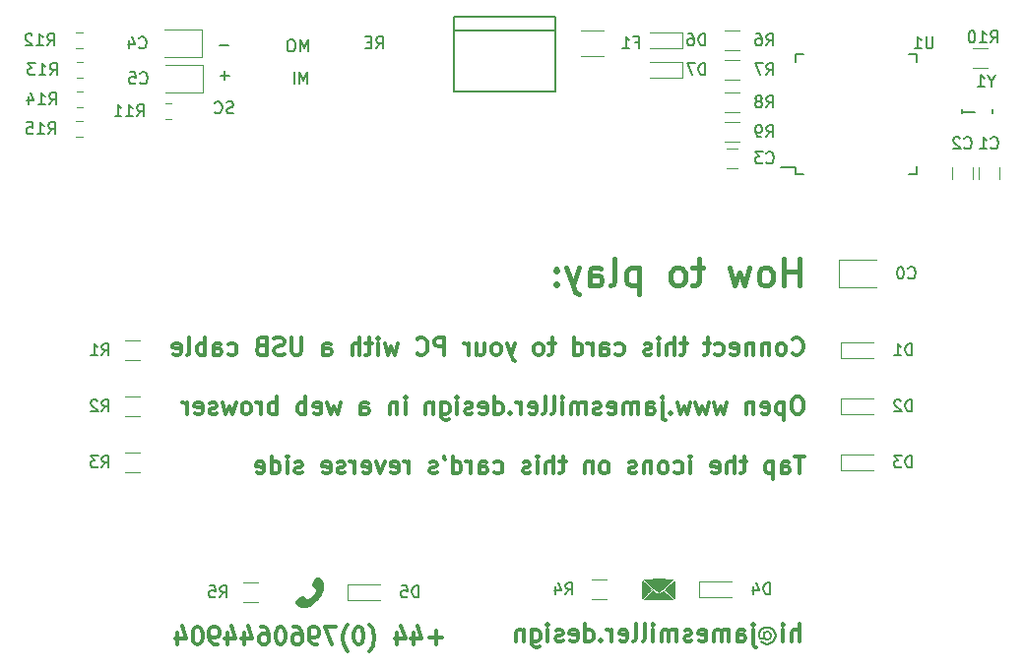
<source format=gbr>
G04 #@! TF.GenerationSoftware,KiCad,Pcbnew,(5.0.1-3-g963ef8bb5)*
G04 #@! TF.CreationDate,2018-12-07T09:48:45+00:00*
G04 #@! TF.ProjectId,invitation,696E7669746174696F6E2E6B69636164,rev?*
G04 #@! TF.SameCoordinates,Original*
G04 #@! TF.FileFunction,Legend,Bot*
G04 #@! TF.FilePolarity,Positive*
%FSLAX46Y46*%
G04 Gerber Fmt 4.6, Leading zero omitted, Abs format (unit mm)*
G04 Created by KiCad (PCBNEW (5.0.1-3-g963ef8bb5)) date Friday, 07 December 2018 at 09:48:45*
%MOMM*%
%LPD*%
G01*
G04 APERTURE LIST*
%ADD10C,0.300000*%
%ADD11C,0.150000*%
%ADD12C,0.400000*%
%ADD13C,0.350000*%
%ADD14C,0.010000*%
%ADD15C,0.120000*%
G04 APERTURE END LIST*
D10*
X187058714Y-100591714D02*
X187130142Y-100663142D01*
X187344428Y-100734571D01*
X187487285Y-100734571D01*
X187701571Y-100663142D01*
X187844428Y-100520285D01*
X187915857Y-100377428D01*
X187987285Y-100091714D01*
X187987285Y-99877428D01*
X187915857Y-99591714D01*
X187844428Y-99448857D01*
X187701571Y-99306000D01*
X187487285Y-99234571D01*
X187344428Y-99234571D01*
X187130142Y-99306000D01*
X187058714Y-99377428D01*
X186201571Y-100734571D02*
X186344428Y-100663142D01*
X186415857Y-100591714D01*
X186487285Y-100448857D01*
X186487285Y-100020285D01*
X186415857Y-99877428D01*
X186344428Y-99806000D01*
X186201571Y-99734571D01*
X185987285Y-99734571D01*
X185844428Y-99806000D01*
X185773000Y-99877428D01*
X185701571Y-100020285D01*
X185701571Y-100448857D01*
X185773000Y-100591714D01*
X185844428Y-100663142D01*
X185987285Y-100734571D01*
X186201571Y-100734571D01*
X185058714Y-99734571D02*
X185058714Y-100734571D01*
X185058714Y-99877428D02*
X184987285Y-99806000D01*
X184844428Y-99734571D01*
X184630142Y-99734571D01*
X184487285Y-99806000D01*
X184415857Y-99948857D01*
X184415857Y-100734571D01*
X183701571Y-99734571D02*
X183701571Y-100734571D01*
X183701571Y-99877428D02*
X183630142Y-99806000D01*
X183487285Y-99734571D01*
X183273000Y-99734571D01*
X183130142Y-99806000D01*
X183058714Y-99948857D01*
X183058714Y-100734571D01*
X181773000Y-100663142D02*
X181915857Y-100734571D01*
X182201571Y-100734571D01*
X182344428Y-100663142D01*
X182415857Y-100520285D01*
X182415857Y-99948857D01*
X182344428Y-99806000D01*
X182201571Y-99734571D01*
X181915857Y-99734571D01*
X181773000Y-99806000D01*
X181701571Y-99948857D01*
X181701571Y-100091714D01*
X182415857Y-100234571D01*
X180415857Y-100663142D02*
X180558714Y-100734571D01*
X180844428Y-100734571D01*
X180987285Y-100663142D01*
X181058714Y-100591714D01*
X181130142Y-100448857D01*
X181130142Y-100020285D01*
X181058714Y-99877428D01*
X180987285Y-99806000D01*
X180844428Y-99734571D01*
X180558714Y-99734571D01*
X180415857Y-99806000D01*
X179987285Y-99734571D02*
X179415857Y-99734571D01*
X179773000Y-99234571D02*
X179773000Y-100520285D01*
X179701571Y-100663142D01*
X179558714Y-100734571D01*
X179415857Y-100734571D01*
X177987285Y-99734571D02*
X177415857Y-99734571D01*
X177773000Y-99234571D02*
X177773000Y-100520285D01*
X177701571Y-100663142D01*
X177558714Y-100734571D01*
X177415857Y-100734571D01*
X176915857Y-100734571D02*
X176915857Y-99234571D01*
X176273000Y-100734571D02*
X176273000Y-99948857D01*
X176344428Y-99806000D01*
X176487285Y-99734571D01*
X176701571Y-99734571D01*
X176844428Y-99806000D01*
X176915857Y-99877428D01*
X175558714Y-100734571D02*
X175558714Y-99734571D01*
X175558714Y-99234571D02*
X175630142Y-99306000D01*
X175558714Y-99377428D01*
X175487285Y-99306000D01*
X175558714Y-99234571D01*
X175558714Y-99377428D01*
X174915857Y-100663142D02*
X174773000Y-100734571D01*
X174487285Y-100734571D01*
X174344428Y-100663142D01*
X174273000Y-100520285D01*
X174273000Y-100448857D01*
X174344428Y-100306000D01*
X174487285Y-100234571D01*
X174701571Y-100234571D01*
X174844428Y-100163142D01*
X174915857Y-100020285D01*
X174915857Y-99948857D01*
X174844428Y-99806000D01*
X174701571Y-99734571D01*
X174487285Y-99734571D01*
X174344428Y-99806000D01*
X171844428Y-100663142D02*
X171987285Y-100734571D01*
X172273000Y-100734571D01*
X172415857Y-100663142D01*
X172487285Y-100591714D01*
X172558714Y-100448857D01*
X172558714Y-100020285D01*
X172487285Y-99877428D01*
X172415857Y-99806000D01*
X172273000Y-99734571D01*
X171987285Y-99734571D01*
X171844428Y-99806000D01*
X170558714Y-100734571D02*
X170558714Y-99948857D01*
X170630142Y-99806000D01*
X170773000Y-99734571D01*
X171058714Y-99734571D01*
X171201571Y-99806000D01*
X170558714Y-100663142D02*
X170701571Y-100734571D01*
X171058714Y-100734571D01*
X171201571Y-100663142D01*
X171273000Y-100520285D01*
X171273000Y-100377428D01*
X171201571Y-100234571D01*
X171058714Y-100163142D01*
X170701571Y-100163142D01*
X170558714Y-100091714D01*
X169844428Y-100734571D02*
X169844428Y-99734571D01*
X169844428Y-100020285D02*
X169773000Y-99877428D01*
X169701571Y-99806000D01*
X169558714Y-99734571D01*
X169415857Y-99734571D01*
X168273000Y-100734571D02*
X168273000Y-99234571D01*
X168273000Y-100663142D02*
X168415857Y-100734571D01*
X168701571Y-100734571D01*
X168844428Y-100663142D01*
X168915857Y-100591714D01*
X168987285Y-100448857D01*
X168987285Y-100020285D01*
X168915857Y-99877428D01*
X168844428Y-99806000D01*
X168701571Y-99734571D01*
X168415857Y-99734571D01*
X168273000Y-99806000D01*
X166630142Y-99734571D02*
X166058714Y-99734571D01*
X166415857Y-99234571D02*
X166415857Y-100520285D01*
X166344428Y-100663142D01*
X166201571Y-100734571D01*
X166058714Y-100734571D01*
X165344428Y-100734571D02*
X165487285Y-100663142D01*
X165558714Y-100591714D01*
X165630142Y-100448857D01*
X165630142Y-100020285D01*
X165558714Y-99877428D01*
X165487285Y-99806000D01*
X165344428Y-99734571D01*
X165130142Y-99734571D01*
X164987285Y-99806000D01*
X164915857Y-99877428D01*
X164844428Y-100020285D01*
X164844428Y-100448857D01*
X164915857Y-100591714D01*
X164987285Y-100663142D01*
X165130142Y-100734571D01*
X165344428Y-100734571D01*
X163201571Y-99734571D02*
X162844428Y-100734571D01*
X162487285Y-99734571D02*
X162844428Y-100734571D01*
X162987285Y-101091714D01*
X163058714Y-101163142D01*
X163201571Y-101234571D01*
X161701571Y-100734571D02*
X161844428Y-100663142D01*
X161915857Y-100591714D01*
X161987285Y-100448857D01*
X161987285Y-100020285D01*
X161915857Y-99877428D01*
X161844428Y-99806000D01*
X161701571Y-99734571D01*
X161487285Y-99734571D01*
X161344428Y-99806000D01*
X161273000Y-99877428D01*
X161201571Y-100020285D01*
X161201571Y-100448857D01*
X161273000Y-100591714D01*
X161344428Y-100663142D01*
X161487285Y-100734571D01*
X161701571Y-100734571D01*
X159915857Y-99734571D02*
X159915857Y-100734571D01*
X160558714Y-99734571D02*
X160558714Y-100520285D01*
X160487285Y-100663142D01*
X160344428Y-100734571D01*
X160130142Y-100734571D01*
X159987285Y-100663142D01*
X159915857Y-100591714D01*
X159201571Y-100734571D02*
X159201571Y-99734571D01*
X159201571Y-100020285D02*
X159130142Y-99877428D01*
X159058714Y-99806000D01*
X158915857Y-99734571D01*
X158773000Y-99734571D01*
X157130142Y-100734571D02*
X157130142Y-99234571D01*
X156558714Y-99234571D01*
X156415857Y-99306000D01*
X156344428Y-99377428D01*
X156273000Y-99520285D01*
X156273000Y-99734571D01*
X156344428Y-99877428D01*
X156415857Y-99948857D01*
X156558714Y-100020285D01*
X157130142Y-100020285D01*
X154773000Y-100591714D02*
X154844428Y-100663142D01*
X155058714Y-100734571D01*
X155201571Y-100734571D01*
X155415857Y-100663142D01*
X155558714Y-100520285D01*
X155630142Y-100377428D01*
X155701571Y-100091714D01*
X155701571Y-99877428D01*
X155630142Y-99591714D01*
X155558714Y-99448857D01*
X155415857Y-99306000D01*
X155201571Y-99234571D01*
X155058714Y-99234571D01*
X154844428Y-99306000D01*
X154773000Y-99377428D01*
X153130142Y-99734571D02*
X152844428Y-100734571D01*
X152558714Y-100020285D01*
X152273000Y-100734571D01*
X151987285Y-99734571D01*
X151415857Y-100734571D02*
X151415857Y-99734571D01*
X151415857Y-99234571D02*
X151487285Y-99306000D01*
X151415857Y-99377428D01*
X151344428Y-99306000D01*
X151415857Y-99234571D01*
X151415857Y-99377428D01*
X150915857Y-99734571D02*
X150344428Y-99734571D01*
X150701571Y-99234571D02*
X150701571Y-100520285D01*
X150630142Y-100663142D01*
X150487285Y-100734571D01*
X150344428Y-100734571D01*
X149844428Y-100734571D02*
X149844428Y-99234571D01*
X149201571Y-100734571D02*
X149201571Y-99948857D01*
X149273000Y-99806000D01*
X149415857Y-99734571D01*
X149630142Y-99734571D01*
X149773000Y-99806000D01*
X149844428Y-99877428D01*
X146701571Y-100734571D02*
X146701571Y-99948857D01*
X146773000Y-99806000D01*
X146915857Y-99734571D01*
X147201571Y-99734571D01*
X147344428Y-99806000D01*
X146701571Y-100663142D02*
X146844428Y-100734571D01*
X147201571Y-100734571D01*
X147344428Y-100663142D01*
X147415857Y-100520285D01*
X147415857Y-100377428D01*
X147344428Y-100234571D01*
X147201571Y-100163142D01*
X146844428Y-100163142D01*
X146701571Y-100091714D01*
X144844428Y-99234571D02*
X144844428Y-100448857D01*
X144773000Y-100591714D01*
X144701571Y-100663142D01*
X144558714Y-100734571D01*
X144273000Y-100734571D01*
X144130142Y-100663142D01*
X144058714Y-100591714D01*
X143987285Y-100448857D01*
X143987285Y-99234571D01*
X143344428Y-100663142D02*
X143130142Y-100734571D01*
X142773000Y-100734571D01*
X142630142Y-100663142D01*
X142558714Y-100591714D01*
X142487285Y-100448857D01*
X142487285Y-100306000D01*
X142558714Y-100163142D01*
X142630142Y-100091714D01*
X142773000Y-100020285D01*
X143058714Y-99948857D01*
X143201571Y-99877428D01*
X143273000Y-99806000D01*
X143344428Y-99663142D01*
X143344428Y-99520285D01*
X143273000Y-99377428D01*
X143201571Y-99306000D01*
X143058714Y-99234571D01*
X142701571Y-99234571D01*
X142487285Y-99306000D01*
X141344428Y-99948857D02*
X141130142Y-100020285D01*
X141058714Y-100091714D01*
X140987285Y-100234571D01*
X140987285Y-100448857D01*
X141058714Y-100591714D01*
X141130142Y-100663142D01*
X141273000Y-100734571D01*
X141844428Y-100734571D01*
X141844428Y-99234571D01*
X141344428Y-99234571D01*
X141201571Y-99306000D01*
X141130142Y-99377428D01*
X141058714Y-99520285D01*
X141058714Y-99663142D01*
X141130142Y-99806000D01*
X141201571Y-99877428D01*
X141344428Y-99948857D01*
X141844428Y-99948857D01*
X138558714Y-100663142D02*
X138701571Y-100734571D01*
X138987285Y-100734571D01*
X139130142Y-100663142D01*
X139201571Y-100591714D01*
X139273000Y-100448857D01*
X139273000Y-100020285D01*
X139201571Y-99877428D01*
X139130142Y-99806000D01*
X138987285Y-99734571D01*
X138701571Y-99734571D01*
X138558714Y-99806000D01*
X137273000Y-100734571D02*
X137273000Y-99948857D01*
X137344428Y-99806000D01*
X137487285Y-99734571D01*
X137773000Y-99734571D01*
X137915857Y-99806000D01*
X137273000Y-100663142D02*
X137415857Y-100734571D01*
X137773000Y-100734571D01*
X137915857Y-100663142D01*
X137987285Y-100520285D01*
X137987285Y-100377428D01*
X137915857Y-100234571D01*
X137773000Y-100163142D01*
X137415857Y-100163142D01*
X137273000Y-100091714D01*
X136558714Y-100734571D02*
X136558714Y-99234571D01*
X136558714Y-99806000D02*
X136415857Y-99734571D01*
X136130142Y-99734571D01*
X135987285Y-99806000D01*
X135915857Y-99877428D01*
X135844428Y-100020285D01*
X135844428Y-100448857D01*
X135915857Y-100591714D01*
X135987285Y-100663142D01*
X136130142Y-100734571D01*
X136415857Y-100734571D01*
X136558714Y-100663142D01*
X134987285Y-100734571D02*
X135130142Y-100663142D01*
X135201571Y-100520285D01*
X135201571Y-99234571D01*
X133844428Y-100663142D02*
X133987285Y-100734571D01*
X134273000Y-100734571D01*
X134415857Y-100663142D01*
X134487285Y-100520285D01*
X134487285Y-99948857D01*
X134415857Y-99806000D01*
X134273000Y-99734571D01*
X133987285Y-99734571D01*
X133844428Y-99806000D01*
X133773000Y-99948857D01*
X133773000Y-100091714D01*
X134487285Y-100234571D01*
X187630142Y-104334571D02*
X187344428Y-104334571D01*
X187201571Y-104406000D01*
X187058714Y-104548857D01*
X186987285Y-104834571D01*
X186987285Y-105334571D01*
X187058714Y-105620285D01*
X187201571Y-105763142D01*
X187344428Y-105834571D01*
X187630142Y-105834571D01*
X187773000Y-105763142D01*
X187915857Y-105620285D01*
X187987285Y-105334571D01*
X187987285Y-104834571D01*
X187915857Y-104548857D01*
X187773000Y-104406000D01*
X187630142Y-104334571D01*
X186344428Y-104834571D02*
X186344428Y-106334571D01*
X186344428Y-104906000D02*
X186201571Y-104834571D01*
X185915857Y-104834571D01*
X185773000Y-104906000D01*
X185701571Y-104977428D01*
X185630142Y-105120285D01*
X185630142Y-105548857D01*
X185701571Y-105691714D01*
X185773000Y-105763142D01*
X185915857Y-105834571D01*
X186201571Y-105834571D01*
X186344428Y-105763142D01*
X184415857Y-105763142D02*
X184558714Y-105834571D01*
X184844428Y-105834571D01*
X184987285Y-105763142D01*
X185058714Y-105620285D01*
X185058714Y-105048857D01*
X184987285Y-104906000D01*
X184844428Y-104834571D01*
X184558714Y-104834571D01*
X184415857Y-104906000D01*
X184344428Y-105048857D01*
X184344428Y-105191714D01*
X185058714Y-105334571D01*
X183701571Y-104834571D02*
X183701571Y-105834571D01*
X183701571Y-104977428D02*
X183630142Y-104906000D01*
X183487285Y-104834571D01*
X183273000Y-104834571D01*
X183130142Y-104906000D01*
X183058714Y-105048857D01*
X183058714Y-105834571D01*
X153773000Y-105834571D02*
X153773000Y-104834571D01*
X153773000Y-104334571D02*
X153844428Y-104406000D01*
X153773000Y-104477428D01*
X153701571Y-104406000D01*
X153773000Y-104334571D01*
X153773000Y-104477428D01*
X153058714Y-104834571D02*
X153058714Y-105834571D01*
X153058714Y-104977428D02*
X152987285Y-104906000D01*
X152844428Y-104834571D01*
X152630142Y-104834571D01*
X152487285Y-104906000D01*
X152415857Y-105048857D01*
X152415857Y-105834571D01*
X149915857Y-105834571D02*
X149915857Y-105048857D01*
X149987285Y-104906000D01*
X150130142Y-104834571D01*
X150415857Y-104834571D01*
X150558714Y-104906000D01*
X149915857Y-105763142D02*
X150058714Y-105834571D01*
X150415857Y-105834571D01*
X150558714Y-105763142D01*
X150630142Y-105620285D01*
X150630142Y-105477428D01*
X150558714Y-105334571D01*
X150415857Y-105263142D01*
X150058714Y-105263142D01*
X149915857Y-105191714D01*
X148201571Y-104834571D02*
X147915857Y-105834571D01*
X147630142Y-105120285D01*
X147344428Y-105834571D01*
X147058714Y-104834571D01*
X145915857Y-105763142D02*
X146058714Y-105834571D01*
X146344428Y-105834571D01*
X146487285Y-105763142D01*
X146558714Y-105620285D01*
X146558714Y-105048857D01*
X146487285Y-104906000D01*
X146344428Y-104834571D01*
X146058714Y-104834571D01*
X145915857Y-104906000D01*
X145844428Y-105048857D01*
X145844428Y-105191714D01*
X146558714Y-105334571D01*
X145201571Y-105834571D02*
X145201571Y-104334571D01*
X145201571Y-104906000D02*
X145058714Y-104834571D01*
X144773000Y-104834571D01*
X144630142Y-104906000D01*
X144558714Y-104977428D01*
X144487285Y-105120285D01*
X144487285Y-105548857D01*
X144558714Y-105691714D01*
X144630142Y-105763142D01*
X144773000Y-105834571D01*
X145058714Y-105834571D01*
X145201571Y-105763142D01*
X142701571Y-105834571D02*
X142701571Y-104334571D01*
X142701571Y-104906000D02*
X142558714Y-104834571D01*
X142273000Y-104834571D01*
X142130142Y-104906000D01*
X142058714Y-104977428D01*
X141987285Y-105120285D01*
X141987285Y-105548857D01*
X142058714Y-105691714D01*
X142130142Y-105763142D01*
X142273000Y-105834571D01*
X142558714Y-105834571D01*
X142701571Y-105763142D01*
X141344428Y-105834571D02*
X141344428Y-104834571D01*
X141344428Y-105120285D02*
X141273000Y-104977428D01*
X141201571Y-104906000D01*
X141058714Y-104834571D01*
X140915857Y-104834571D01*
X140201571Y-105834571D02*
X140344428Y-105763142D01*
X140415857Y-105691714D01*
X140487285Y-105548857D01*
X140487285Y-105120285D01*
X140415857Y-104977428D01*
X140344428Y-104906000D01*
X140201571Y-104834571D01*
X139987285Y-104834571D01*
X139844428Y-104906000D01*
X139773000Y-104977428D01*
X139701571Y-105120285D01*
X139701571Y-105548857D01*
X139773000Y-105691714D01*
X139844428Y-105763142D01*
X139987285Y-105834571D01*
X140201571Y-105834571D01*
X139201571Y-104834571D02*
X138915857Y-105834571D01*
X138630142Y-105120285D01*
X138344428Y-105834571D01*
X138058714Y-104834571D01*
X137558714Y-105763142D02*
X137415857Y-105834571D01*
X137130142Y-105834571D01*
X136987285Y-105763142D01*
X136915857Y-105620285D01*
X136915857Y-105548857D01*
X136987285Y-105406000D01*
X137130142Y-105334571D01*
X137344428Y-105334571D01*
X137487285Y-105263142D01*
X137558714Y-105120285D01*
X137558714Y-105048857D01*
X137487285Y-104906000D01*
X137344428Y-104834571D01*
X137130142Y-104834571D01*
X136987285Y-104906000D01*
X135701571Y-105763142D02*
X135844428Y-105834571D01*
X136130142Y-105834571D01*
X136273000Y-105763142D01*
X136344428Y-105620285D01*
X136344428Y-105048857D01*
X136273000Y-104906000D01*
X136130142Y-104834571D01*
X135844428Y-104834571D01*
X135701571Y-104906000D01*
X135630142Y-105048857D01*
X135630142Y-105191714D01*
X136344428Y-105334571D01*
X134987285Y-105834571D02*
X134987285Y-104834571D01*
X134987285Y-105120285D02*
X134915857Y-104977428D01*
X134844428Y-104906000D01*
X134701571Y-104834571D01*
X134558714Y-104834571D01*
X188130142Y-109434571D02*
X187273000Y-109434571D01*
X187701571Y-110934571D02*
X187701571Y-109434571D01*
X186130142Y-110934571D02*
X186130142Y-110148857D01*
X186201571Y-110006000D01*
X186344428Y-109934571D01*
X186630142Y-109934571D01*
X186773000Y-110006000D01*
X186130142Y-110863142D02*
X186273000Y-110934571D01*
X186630142Y-110934571D01*
X186773000Y-110863142D01*
X186844428Y-110720285D01*
X186844428Y-110577428D01*
X186773000Y-110434571D01*
X186630142Y-110363142D01*
X186273000Y-110363142D01*
X186130142Y-110291714D01*
X185415857Y-109934571D02*
X185415857Y-111434571D01*
X185415857Y-110006000D02*
X185273000Y-109934571D01*
X184987285Y-109934571D01*
X184844428Y-110006000D01*
X184773000Y-110077428D01*
X184701571Y-110220285D01*
X184701571Y-110648857D01*
X184773000Y-110791714D01*
X184844428Y-110863142D01*
X184987285Y-110934571D01*
X185273000Y-110934571D01*
X185415857Y-110863142D01*
X183130142Y-109934571D02*
X182558714Y-109934571D01*
X182915857Y-109434571D02*
X182915857Y-110720285D01*
X182844428Y-110863142D01*
X182701571Y-110934571D01*
X182558714Y-110934571D01*
X182058714Y-110934571D02*
X182058714Y-109434571D01*
X181415857Y-110934571D02*
X181415857Y-110148857D01*
X181487285Y-110006000D01*
X181630142Y-109934571D01*
X181844428Y-109934571D01*
X181987285Y-110006000D01*
X182058714Y-110077428D01*
X180130142Y-110863142D02*
X180273000Y-110934571D01*
X180558714Y-110934571D01*
X180701571Y-110863142D01*
X180773000Y-110720285D01*
X180773000Y-110148857D01*
X180701571Y-110006000D01*
X180558714Y-109934571D01*
X180273000Y-109934571D01*
X180130142Y-110006000D01*
X180058714Y-110148857D01*
X180058714Y-110291714D01*
X180773000Y-110434571D01*
X178273000Y-110934571D02*
X178273000Y-109934571D01*
X178273000Y-109434571D02*
X178344428Y-109506000D01*
X178273000Y-109577428D01*
X178201571Y-109506000D01*
X178273000Y-109434571D01*
X178273000Y-109577428D01*
X176915857Y-110863142D02*
X177058714Y-110934571D01*
X177344428Y-110934571D01*
X177487285Y-110863142D01*
X177558714Y-110791714D01*
X177630142Y-110648857D01*
X177630142Y-110220285D01*
X177558714Y-110077428D01*
X177487285Y-110006000D01*
X177344428Y-109934571D01*
X177058714Y-109934571D01*
X176915857Y-110006000D01*
X176058714Y-110934571D02*
X176201571Y-110863142D01*
X176273000Y-110791714D01*
X176344428Y-110648857D01*
X176344428Y-110220285D01*
X176273000Y-110077428D01*
X176201571Y-110006000D01*
X176058714Y-109934571D01*
X175844428Y-109934571D01*
X175701571Y-110006000D01*
X175630142Y-110077428D01*
X175558714Y-110220285D01*
X175558714Y-110648857D01*
X175630142Y-110791714D01*
X175701571Y-110863142D01*
X175844428Y-110934571D01*
X176058714Y-110934571D01*
X174915857Y-109934571D02*
X174915857Y-110934571D01*
X174915857Y-110077428D02*
X174844428Y-110006000D01*
X174701571Y-109934571D01*
X174487285Y-109934571D01*
X174344428Y-110006000D01*
X174273000Y-110148857D01*
X174273000Y-110934571D01*
X173630142Y-110863142D02*
X173487285Y-110934571D01*
X173201571Y-110934571D01*
X173058714Y-110863142D01*
X172987285Y-110720285D01*
X172987285Y-110648857D01*
X173058714Y-110506000D01*
X173201571Y-110434571D01*
X173415857Y-110434571D01*
X173558714Y-110363142D01*
X173630142Y-110220285D01*
X173630142Y-110148857D01*
X173558714Y-110006000D01*
X173415857Y-109934571D01*
X173201571Y-109934571D01*
X173058714Y-110006000D01*
X170987285Y-110934571D02*
X171130142Y-110863142D01*
X171201571Y-110791714D01*
X171273000Y-110648857D01*
X171273000Y-110220285D01*
X171201571Y-110077428D01*
X171130142Y-110006000D01*
X170987285Y-109934571D01*
X170773000Y-109934571D01*
X170630142Y-110006000D01*
X170558714Y-110077428D01*
X170487285Y-110220285D01*
X170487285Y-110648857D01*
X170558714Y-110791714D01*
X170630142Y-110863142D01*
X170773000Y-110934571D01*
X170987285Y-110934571D01*
X169844428Y-109934571D02*
X169844428Y-110934571D01*
X169844428Y-110077428D02*
X169773000Y-110006000D01*
X169630142Y-109934571D01*
X169415857Y-109934571D01*
X169273000Y-110006000D01*
X169201571Y-110148857D01*
X169201571Y-110934571D01*
X167558714Y-109934571D02*
X166987285Y-109934571D01*
X167344428Y-109434571D02*
X167344428Y-110720285D01*
X167273000Y-110863142D01*
X167130142Y-110934571D01*
X166987285Y-110934571D01*
X166487285Y-110934571D02*
X166487285Y-109434571D01*
X165844428Y-110934571D02*
X165844428Y-110148857D01*
X165915857Y-110006000D01*
X166058714Y-109934571D01*
X166273000Y-109934571D01*
X166415857Y-110006000D01*
X166487285Y-110077428D01*
X165130142Y-110934571D02*
X165130142Y-109934571D01*
X165130142Y-109434571D02*
X165201571Y-109506000D01*
X165130142Y-109577428D01*
X165058714Y-109506000D01*
X165130142Y-109434571D01*
X165130142Y-109577428D01*
X164487285Y-110863142D02*
X164344428Y-110934571D01*
X164058714Y-110934571D01*
X163915857Y-110863142D01*
X163844428Y-110720285D01*
X163844428Y-110648857D01*
X163915857Y-110506000D01*
X164058714Y-110434571D01*
X164273000Y-110434571D01*
X164415857Y-110363142D01*
X164487285Y-110220285D01*
X164487285Y-110148857D01*
X164415857Y-110006000D01*
X164273000Y-109934571D01*
X164058714Y-109934571D01*
X163915857Y-110006000D01*
X161415857Y-110863142D02*
X161558714Y-110934571D01*
X161844428Y-110934571D01*
X161987285Y-110863142D01*
X162058714Y-110791714D01*
X162130142Y-110648857D01*
X162130142Y-110220285D01*
X162058714Y-110077428D01*
X161987285Y-110006000D01*
X161844428Y-109934571D01*
X161558714Y-109934571D01*
X161415857Y-110006000D01*
X160130142Y-110934571D02*
X160130142Y-110148857D01*
X160201571Y-110006000D01*
X160344428Y-109934571D01*
X160630142Y-109934571D01*
X160773000Y-110006000D01*
X160130142Y-110863142D02*
X160273000Y-110934571D01*
X160630142Y-110934571D01*
X160773000Y-110863142D01*
X160844428Y-110720285D01*
X160844428Y-110577428D01*
X160773000Y-110434571D01*
X160630142Y-110363142D01*
X160273000Y-110363142D01*
X160130142Y-110291714D01*
X159415857Y-110934571D02*
X159415857Y-109934571D01*
X159415857Y-110220285D02*
X159344428Y-110077428D01*
X159273000Y-110006000D01*
X159130142Y-109934571D01*
X158987285Y-109934571D01*
X157844428Y-110934571D02*
X157844428Y-109434571D01*
X157844428Y-110863142D02*
X157987285Y-110934571D01*
X158273000Y-110934571D01*
X158415857Y-110863142D01*
X158487285Y-110791714D01*
X158558714Y-110648857D01*
X158558714Y-110220285D01*
X158487285Y-110077428D01*
X158415857Y-110006000D01*
X158273000Y-109934571D01*
X157987285Y-109934571D01*
X157844428Y-110006000D01*
X157058714Y-109434571D02*
X157058714Y-109506000D01*
X157130142Y-109648857D01*
X157201571Y-109720285D01*
X156487285Y-110863142D02*
X156344428Y-110934571D01*
X156058714Y-110934571D01*
X155915857Y-110863142D01*
X155844428Y-110720285D01*
X155844428Y-110648857D01*
X155915857Y-110506000D01*
X156058714Y-110434571D01*
X156273000Y-110434571D01*
X156415857Y-110363142D01*
X156487285Y-110220285D01*
X156487285Y-110148857D01*
X156415857Y-110006000D01*
X156273000Y-109934571D01*
X156058714Y-109934571D01*
X155915857Y-110006000D01*
X154058714Y-110934571D02*
X154058714Y-109934571D01*
X154058714Y-110220285D02*
X153987285Y-110077428D01*
X153915857Y-110006000D01*
X153773000Y-109934571D01*
X153630142Y-109934571D01*
X152558714Y-110863142D02*
X152701571Y-110934571D01*
X152987285Y-110934571D01*
X153130142Y-110863142D01*
X153201571Y-110720285D01*
X153201571Y-110148857D01*
X153130142Y-110006000D01*
X152987285Y-109934571D01*
X152701571Y-109934571D01*
X152558714Y-110006000D01*
X152487285Y-110148857D01*
X152487285Y-110291714D01*
X153201571Y-110434571D01*
X151987285Y-109934571D02*
X151630142Y-110934571D01*
X151273000Y-109934571D01*
X150130142Y-110863142D02*
X150273000Y-110934571D01*
X150558714Y-110934571D01*
X150701571Y-110863142D01*
X150773000Y-110720285D01*
X150773000Y-110148857D01*
X150701571Y-110006000D01*
X150558714Y-109934571D01*
X150273000Y-109934571D01*
X150130142Y-110006000D01*
X150058714Y-110148857D01*
X150058714Y-110291714D01*
X150773000Y-110434571D01*
X149415857Y-110934571D02*
X149415857Y-109934571D01*
X149415857Y-110220285D02*
X149344428Y-110077428D01*
X149273000Y-110006000D01*
X149130142Y-109934571D01*
X148987285Y-109934571D01*
X148558714Y-110863142D02*
X148415857Y-110934571D01*
X148130142Y-110934571D01*
X147987285Y-110863142D01*
X147915857Y-110720285D01*
X147915857Y-110648857D01*
X147987285Y-110506000D01*
X148130142Y-110434571D01*
X148344428Y-110434571D01*
X148487285Y-110363142D01*
X148558714Y-110220285D01*
X148558714Y-110148857D01*
X148487285Y-110006000D01*
X148344428Y-109934571D01*
X148130142Y-109934571D01*
X147987285Y-110006000D01*
X146701571Y-110863142D02*
X146844428Y-110934571D01*
X147130142Y-110934571D01*
X147273000Y-110863142D01*
X147344428Y-110720285D01*
X147344428Y-110148857D01*
X147273000Y-110006000D01*
X147130142Y-109934571D01*
X146844428Y-109934571D01*
X146701571Y-110006000D01*
X146630142Y-110148857D01*
X146630142Y-110291714D01*
X147344428Y-110434571D01*
X144915857Y-110863142D02*
X144773000Y-110934571D01*
X144487285Y-110934571D01*
X144344428Y-110863142D01*
X144273000Y-110720285D01*
X144273000Y-110648857D01*
X144344428Y-110506000D01*
X144487285Y-110434571D01*
X144701571Y-110434571D01*
X144844428Y-110363142D01*
X144915857Y-110220285D01*
X144915857Y-110148857D01*
X144844428Y-110006000D01*
X144701571Y-109934571D01*
X144487285Y-109934571D01*
X144344428Y-110006000D01*
X143630142Y-110934571D02*
X143630142Y-109934571D01*
X143630142Y-109434571D02*
X143701571Y-109506000D01*
X143630142Y-109577428D01*
X143558714Y-109506000D01*
X143630142Y-109434571D01*
X143630142Y-109577428D01*
X142273000Y-110934571D02*
X142273000Y-109434571D01*
X142273000Y-110863142D02*
X142415857Y-110934571D01*
X142701571Y-110934571D01*
X142844428Y-110863142D01*
X142915857Y-110791714D01*
X142987285Y-110648857D01*
X142987285Y-110220285D01*
X142915857Y-110077428D01*
X142844428Y-110006000D01*
X142701571Y-109934571D01*
X142415857Y-109934571D01*
X142273000Y-110006000D01*
X140987285Y-110863142D02*
X141130142Y-110934571D01*
X141415857Y-110934571D01*
X141558714Y-110863142D01*
X141630142Y-110720285D01*
X141630142Y-110148857D01*
X141558714Y-110006000D01*
X141415857Y-109934571D01*
X141130142Y-109934571D01*
X140987285Y-110006000D01*
X140915857Y-110148857D01*
X140915857Y-110291714D01*
X141630142Y-110434571D01*
D11*
X184590571Y-124678285D02*
X184662000Y-124606857D01*
X184804857Y-124535428D01*
X184947714Y-124535428D01*
X185090571Y-124606857D01*
X185162000Y-124678285D01*
X185233428Y-124821142D01*
X185233428Y-124964000D01*
X185162000Y-125106857D01*
X185090571Y-125178285D01*
X184947714Y-125249714D01*
X184804857Y-125249714D01*
X184662000Y-125178285D01*
X184590571Y-125106857D01*
X184590571Y-124535428D02*
X184590571Y-125106857D01*
X184519142Y-125178285D01*
X184447714Y-125178285D01*
X184304857Y-125106857D01*
X184233428Y-124964000D01*
X184233428Y-124606857D01*
X184376285Y-124392571D01*
X184590571Y-124249714D01*
X184876285Y-124178285D01*
X185162000Y-124249714D01*
X185376285Y-124392571D01*
X185519142Y-124606857D01*
X185590571Y-124892571D01*
X185519142Y-125178285D01*
X185376285Y-125392571D01*
X185162000Y-125535428D01*
X184876285Y-125606857D01*
X184590571Y-125535428D01*
X184376285Y-125392571D01*
D10*
X187622571Y-125392571D02*
X187622571Y-123892571D01*
X186979714Y-125392571D02*
X186979714Y-124606857D01*
X187051142Y-124464000D01*
X187194000Y-124392571D01*
X187408285Y-124392571D01*
X187551142Y-124464000D01*
X187622571Y-124535428D01*
X186265428Y-125392571D02*
X186265428Y-124392571D01*
X186265428Y-123892571D02*
X186336857Y-123964000D01*
X186265428Y-124035428D01*
X186194000Y-123964000D01*
X186265428Y-123892571D01*
X186265428Y-124035428D01*
D11*
X138961714Y-79906761D02*
X138818857Y-79954380D01*
X138580761Y-79954380D01*
X138485523Y-79906761D01*
X138437904Y-79859142D01*
X138390285Y-79763904D01*
X138390285Y-79668666D01*
X138437904Y-79573428D01*
X138485523Y-79525809D01*
X138580761Y-79478190D01*
X138771238Y-79430571D01*
X138866476Y-79382952D01*
X138914095Y-79335333D01*
X138961714Y-79240095D01*
X138961714Y-79144857D01*
X138914095Y-79049619D01*
X138866476Y-79002000D01*
X138771238Y-78954380D01*
X138533142Y-78954380D01*
X138390285Y-79002000D01*
X137390285Y-79859142D02*
X137437904Y-79906761D01*
X137580761Y-79954380D01*
X137676000Y-79954380D01*
X137818857Y-79906761D01*
X137914095Y-79811523D01*
X137961714Y-79716285D01*
X138009333Y-79525809D01*
X138009333Y-79382952D01*
X137961714Y-79192476D01*
X137914095Y-79097238D01*
X137818857Y-79002000D01*
X137676000Y-78954380D01*
X137580761Y-78954380D01*
X137437904Y-79002000D01*
X137390285Y-79049619D01*
X138247428Y-76327047D02*
X138247428Y-77088952D01*
X138628380Y-76708000D02*
X137866476Y-76708000D01*
X137795047Y-74096571D02*
X138556952Y-74096571D01*
X145351428Y-77414380D02*
X145351428Y-76414380D01*
X145018095Y-77128666D01*
X144684761Y-76414380D01*
X144684761Y-77414380D01*
X144208571Y-77414380D02*
X144208571Y-76414380D01*
X145383142Y-74620380D02*
X145383142Y-73620380D01*
X145049809Y-74334666D01*
X144716476Y-73620380D01*
X144716476Y-74620380D01*
X144049809Y-73620380D02*
X143859333Y-73620380D01*
X143764095Y-73668000D01*
X143668857Y-73763238D01*
X143621238Y-73953714D01*
X143621238Y-74287047D01*
X143668857Y-74477523D01*
X143764095Y-74572761D01*
X143859333Y-74620380D01*
X144049809Y-74620380D01*
X144145047Y-74572761D01*
X144240285Y-74477523D01*
X144287904Y-74287047D01*
X144287904Y-73953714D01*
X144240285Y-73763238D01*
X144145047Y-73668000D01*
X144049809Y-73620380D01*
X151272857Y-74366380D02*
X151606190Y-73890190D01*
X151844285Y-74366380D02*
X151844285Y-73366380D01*
X151463333Y-73366380D01*
X151368095Y-73414000D01*
X151320476Y-73461619D01*
X151272857Y-73556857D01*
X151272857Y-73699714D01*
X151320476Y-73794952D01*
X151368095Y-73842571D01*
X151463333Y-73890190D01*
X151844285Y-73890190D01*
X150844285Y-73842571D02*
X150510952Y-73842571D01*
X150368095Y-74366380D02*
X150844285Y-74366380D01*
X150844285Y-73366380D01*
X150368095Y-73366380D01*
D12*
X187660380Y-94766476D02*
X187660380Y-92466476D01*
X187660380Y-93561714D02*
X186346095Y-93561714D01*
X186346095Y-94766476D02*
X186346095Y-92466476D01*
X184922285Y-94766476D02*
X185141333Y-94656952D01*
X185250857Y-94547428D01*
X185360380Y-94328380D01*
X185360380Y-93671238D01*
X185250857Y-93452190D01*
X185141333Y-93342666D01*
X184922285Y-93233142D01*
X184593714Y-93233142D01*
X184374666Y-93342666D01*
X184265142Y-93452190D01*
X184155619Y-93671238D01*
X184155619Y-94328380D01*
X184265142Y-94547428D01*
X184374666Y-94656952D01*
X184593714Y-94766476D01*
X184922285Y-94766476D01*
X183388952Y-93233142D02*
X182950857Y-94766476D01*
X182512761Y-93671238D01*
X182074666Y-94766476D01*
X181636571Y-93233142D01*
X179336571Y-93233142D02*
X178460380Y-93233142D01*
X179008000Y-92466476D02*
X179008000Y-94437904D01*
X178898476Y-94656952D01*
X178679428Y-94766476D01*
X178460380Y-94766476D01*
X177365142Y-94766476D02*
X177584190Y-94656952D01*
X177693714Y-94547428D01*
X177803238Y-94328380D01*
X177803238Y-93671238D01*
X177693714Y-93452190D01*
X177584190Y-93342666D01*
X177365142Y-93233142D01*
X177036571Y-93233142D01*
X176817523Y-93342666D01*
X176708000Y-93452190D01*
X176598476Y-93671238D01*
X176598476Y-94328380D01*
X176708000Y-94547428D01*
X176817523Y-94656952D01*
X177036571Y-94766476D01*
X177365142Y-94766476D01*
X173860380Y-93233142D02*
X173860380Y-95533142D01*
X173860380Y-93342666D02*
X173641333Y-93233142D01*
X173203238Y-93233142D01*
X172984190Y-93342666D01*
X172874666Y-93452190D01*
X172765142Y-93671238D01*
X172765142Y-94328380D01*
X172874666Y-94547428D01*
X172984190Y-94656952D01*
X173203238Y-94766476D01*
X173641333Y-94766476D01*
X173860380Y-94656952D01*
X171450857Y-94766476D02*
X171669904Y-94656952D01*
X171779428Y-94437904D01*
X171779428Y-92466476D01*
X169588952Y-94766476D02*
X169588952Y-93561714D01*
X169698476Y-93342666D01*
X169917523Y-93233142D01*
X170355619Y-93233142D01*
X170574666Y-93342666D01*
X169588952Y-94656952D02*
X169808000Y-94766476D01*
X170355619Y-94766476D01*
X170574666Y-94656952D01*
X170684190Y-94437904D01*
X170684190Y-94218857D01*
X170574666Y-93999809D01*
X170355619Y-93890285D01*
X169808000Y-93890285D01*
X169588952Y-93780761D01*
X168712761Y-93233142D02*
X168165142Y-94766476D01*
X167617523Y-93233142D02*
X168165142Y-94766476D01*
X168384190Y-95314095D01*
X168493714Y-95423619D01*
X168712761Y-95533142D01*
X166741333Y-94547428D02*
X166631809Y-94656952D01*
X166741333Y-94766476D01*
X166850857Y-94656952D01*
X166741333Y-94547428D01*
X166741333Y-94766476D01*
X166741333Y-93342666D02*
X166631809Y-93452190D01*
X166741333Y-93561714D01*
X166850857Y-93452190D01*
X166741333Y-93342666D01*
X166741333Y-93561714D01*
D10*
X183660571Y-124392571D02*
X183660571Y-125678285D01*
X183732000Y-125821142D01*
X183874857Y-125892571D01*
X183946285Y-125892571D01*
X183660571Y-123892571D02*
X183732000Y-123964000D01*
X183660571Y-124035428D01*
X183589142Y-123964000D01*
X183660571Y-123892571D01*
X183660571Y-124035428D01*
X182303428Y-125392571D02*
X182303428Y-124606857D01*
X182374857Y-124464000D01*
X182517714Y-124392571D01*
X182803428Y-124392571D01*
X182946285Y-124464000D01*
X182303428Y-125321142D02*
X182446285Y-125392571D01*
X182803428Y-125392571D01*
X182946285Y-125321142D01*
X183017714Y-125178285D01*
X183017714Y-125035428D01*
X182946285Y-124892571D01*
X182803428Y-124821142D01*
X182446285Y-124821142D01*
X182303428Y-124749714D01*
X181589142Y-125392571D02*
X181589142Y-124392571D01*
X181589142Y-124535428D02*
X181517714Y-124464000D01*
X181374857Y-124392571D01*
X181160571Y-124392571D01*
X181017714Y-124464000D01*
X180946285Y-124606857D01*
X180946285Y-125392571D01*
X180946285Y-124606857D02*
X180874857Y-124464000D01*
X180732000Y-124392571D01*
X180517714Y-124392571D01*
X180374857Y-124464000D01*
X180303428Y-124606857D01*
X180303428Y-125392571D01*
X179017714Y-125321142D02*
X179160571Y-125392571D01*
X179446285Y-125392571D01*
X179589142Y-125321142D01*
X179660571Y-125178285D01*
X179660571Y-124606857D01*
X179589142Y-124464000D01*
X179446285Y-124392571D01*
X179160571Y-124392571D01*
X179017714Y-124464000D01*
X178946285Y-124606857D01*
X178946285Y-124749714D01*
X179660571Y-124892571D01*
X178374857Y-125321142D02*
X178232000Y-125392571D01*
X177946285Y-125392571D01*
X177803428Y-125321142D01*
X177732000Y-125178285D01*
X177732000Y-125106857D01*
X177803428Y-124964000D01*
X177946285Y-124892571D01*
X178160571Y-124892571D01*
X178303428Y-124821142D01*
X178374857Y-124678285D01*
X178374857Y-124606857D01*
X178303428Y-124464000D01*
X178160571Y-124392571D01*
X177946285Y-124392571D01*
X177803428Y-124464000D01*
X177089142Y-125392571D02*
X177089142Y-124392571D01*
X177089142Y-124535428D02*
X177017714Y-124464000D01*
X176874857Y-124392571D01*
X176660571Y-124392571D01*
X176517714Y-124464000D01*
X176446285Y-124606857D01*
X176446285Y-125392571D01*
X176446285Y-124606857D02*
X176374857Y-124464000D01*
X176232000Y-124392571D01*
X176017714Y-124392571D01*
X175874857Y-124464000D01*
X175803428Y-124606857D01*
X175803428Y-125392571D01*
X175089142Y-125392571D02*
X175089142Y-124392571D01*
X175089142Y-123892571D02*
X175160571Y-123964000D01*
X175089142Y-124035428D01*
X175017714Y-123964000D01*
X175089142Y-123892571D01*
X175089142Y-124035428D01*
X174160571Y-125392571D02*
X174303428Y-125321142D01*
X174374857Y-125178285D01*
X174374857Y-123892571D01*
X173374857Y-125392571D02*
X173517714Y-125321142D01*
X173589142Y-125178285D01*
X173589142Y-123892571D01*
X172232000Y-125321142D02*
X172374857Y-125392571D01*
X172660571Y-125392571D01*
X172803428Y-125321142D01*
X172874857Y-125178285D01*
X172874857Y-124606857D01*
X172803428Y-124464000D01*
X172660571Y-124392571D01*
X172374857Y-124392571D01*
X172232000Y-124464000D01*
X172160571Y-124606857D01*
X172160571Y-124749714D01*
X172874857Y-124892571D01*
X171517714Y-125392571D02*
X171517714Y-124392571D01*
X171517714Y-124678285D02*
X171446285Y-124535428D01*
X171374857Y-124464000D01*
X171232000Y-124392571D01*
X171089142Y-124392571D01*
X170589142Y-125249714D02*
X170517714Y-125321142D01*
X170589142Y-125392571D01*
X170660571Y-125321142D01*
X170589142Y-125249714D01*
X170589142Y-125392571D01*
X169232000Y-125392571D02*
X169232000Y-123892571D01*
X169232000Y-125321142D02*
X169374857Y-125392571D01*
X169660571Y-125392571D01*
X169803428Y-125321142D01*
X169874857Y-125249714D01*
X169946285Y-125106857D01*
X169946285Y-124678285D01*
X169874857Y-124535428D01*
X169803428Y-124464000D01*
X169660571Y-124392571D01*
X169374857Y-124392571D01*
X169232000Y-124464000D01*
X167946285Y-125321142D02*
X168089142Y-125392571D01*
X168374857Y-125392571D01*
X168517714Y-125321142D01*
X168589142Y-125178285D01*
X168589142Y-124606857D01*
X168517714Y-124464000D01*
X168374857Y-124392571D01*
X168089142Y-124392571D01*
X167946285Y-124464000D01*
X167874857Y-124606857D01*
X167874857Y-124749714D01*
X168589142Y-124892571D01*
X167303428Y-125321142D02*
X167160571Y-125392571D01*
X166874857Y-125392571D01*
X166732000Y-125321142D01*
X166660571Y-125178285D01*
X166660571Y-125106857D01*
X166732000Y-124964000D01*
X166874857Y-124892571D01*
X167089142Y-124892571D01*
X167232000Y-124821142D01*
X167303428Y-124678285D01*
X167303428Y-124606857D01*
X167232000Y-124464000D01*
X167089142Y-124392571D01*
X166874857Y-124392571D01*
X166732000Y-124464000D01*
X166017714Y-125392571D02*
X166017714Y-124392571D01*
X166017714Y-123892571D02*
X166089142Y-123964000D01*
X166017714Y-124035428D01*
X165946285Y-123964000D01*
X166017714Y-123892571D01*
X166017714Y-124035428D01*
X164660571Y-124392571D02*
X164660571Y-125606857D01*
X164732000Y-125749714D01*
X164803428Y-125821142D01*
X164946285Y-125892571D01*
X165160571Y-125892571D01*
X165303428Y-125821142D01*
X164660571Y-125321142D02*
X164803428Y-125392571D01*
X165089142Y-125392571D01*
X165232000Y-125321142D01*
X165303428Y-125249714D01*
X165374857Y-125106857D01*
X165374857Y-124678285D01*
X165303428Y-124535428D01*
X165232000Y-124464000D01*
X165089142Y-124392571D01*
X164803428Y-124392571D01*
X164660571Y-124464000D01*
X163946285Y-124392571D02*
X163946285Y-125392571D01*
X163946285Y-124535428D02*
X163874857Y-124464000D01*
X163732000Y-124392571D01*
X163517714Y-124392571D01*
X163374857Y-124464000D01*
X163303428Y-124606857D01*
X163303428Y-125392571D01*
D13*
X156970571Y-125075142D02*
X155827714Y-125075142D01*
X156399142Y-125646571D02*
X156399142Y-124503714D01*
X154470571Y-124646571D02*
X154470571Y-125646571D01*
X154827714Y-124075142D02*
X155184857Y-125146571D01*
X154256285Y-125146571D01*
X153042000Y-124646571D02*
X153042000Y-125646571D01*
X153399142Y-124075142D02*
X153756285Y-125146571D01*
X152827714Y-125146571D01*
X150684857Y-126218000D02*
X150756285Y-126146571D01*
X150899142Y-125932285D01*
X150970571Y-125789428D01*
X151042000Y-125575142D01*
X151113428Y-125218000D01*
X151113428Y-124932285D01*
X151042000Y-124575142D01*
X150970571Y-124360857D01*
X150899142Y-124218000D01*
X150756285Y-124003714D01*
X150684857Y-123932285D01*
X149827714Y-124146571D02*
X149684857Y-124146571D01*
X149542000Y-124218000D01*
X149470571Y-124289428D01*
X149399142Y-124432285D01*
X149327714Y-124718000D01*
X149327714Y-125075142D01*
X149399142Y-125360857D01*
X149470571Y-125503714D01*
X149542000Y-125575142D01*
X149684857Y-125646571D01*
X149827714Y-125646571D01*
X149970571Y-125575142D01*
X150042000Y-125503714D01*
X150113428Y-125360857D01*
X150184857Y-125075142D01*
X150184857Y-124718000D01*
X150113428Y-124432285D01*
X150042000Y-124289428D01*
X149970571Y-124218000D01*
X149827714Y-124146571D01*
X148827714Y-126218000D02*
X148756285Y-126146571D01*
X148613428Y-125932285D01*
X148542000Y-125789428D01*
X148470571Y-125575142D01*
X148399142Y-125218000D01*
X148399142Y-124932285D01*
X148470571Y-124575142D01*
X148542000Y-124360857D01*
X148613428Y-124218000D01*
X148756285Y-124003714D01*
X148827714Y-123932285D01*
X147827714Y-124146571D02*
X146827714Y-124146571D01*
X147470571Y-125646571D01*
X146184857Y-125646571D02*
X145899142Y-125646571D01*
X145756285Y-125575142D01*
X145684857Y-125503714D01*
X145542000Y-125289428D01*
X145470571Y-125003714D01*
X145470571Y-124432285D01*
X145542000Y-124289428D01*
X145613428Y-124218000D01*
X145756285Y-124146571D01*
X146042000Y-124146571D01*
X146184857Y-124218000D01*
X146256285Y-124289428D01*
X146327714Y-124432285D01*
X146327714Y-124789428D01*
X146256285Y-124932285D01*
X146184857Y-125003714D01*
X146042000Y-125075142D01*
X145756285Y-125075142D01*
X145613428Y-125003714D01*
X145542000Y-124932285D01*
X145470571Y-124789428D01*
X144184857Y-124146571D02*
X144470571Y-124146571D01*
X144613428Y-124218000D01*
X144684857Y-124289428D01*
X144827714Y-124503714D01*
X144899142Y-124789428D01*
X144899142Y-125360857D01*
X144827714Y-125503714D01*
X144756285Y-125575142D01*
X144613428Y-125646571D01*
X144327714Y-125646571D01*
X144184857Y-125575142D01*
X144113428Y-125503714D01*
X144042000Y-125360857D01*
X144042000Y-125003714D01*
X144113428Y-124860857D01*
X144184857Y-124789428D01*
X144327714Y-124718000D01*
X144613428Y-124718000D01*
X144756285Y-124789428D01*
X144827714Y-124860857D01*
X144899142Y-125003714D01*
X143113428Y-124146571D02*
X142970571Y-124146571D01*
X142827714Y-124218000D01*
X142756285Y-124289428D01*
X142684857Y-124432285D01*
X142613428Y-124718000D01*
X142613428Y-125075142D01*
X142684857Y-125360857D01*
X142756285Y-125503714D01*
X142827714Y-125575142D01*
X142970571Y-125646571D01*
X143113428Y-125646571D01*
X143256285Y-125575142D01*
X143327714Y-125503714D01*
X143399142Y-125360857D01*
X143470571Y-125075142D01*
X143470571Y-124718000D01*
X143399142Y-124432285D01*
X143327714Y-124289428D01*
X143256285Y-124218000D01*
X143113428Y-124146571D01*
X141327714Y-124146571D02*
X141613428Y-124146571D01*
X141756285Y-124218000D01*
X141827714Y-124289428D01*
X141970571Y-124503714D01*
X142042000Y-124789428D01*
X142042000Y-125360857D01*
X141970571Y-125503714D01*
X141899142Y-125575142D01*
X141756285Y-125646571D01*
X141470571Y-125646571D01*
X141327714Y-125575142D01*
X141256285Y-125503714D01*
X141184857Y-125360857D01*
X141184857Y-125003714D01*
X141256285Y-124860857D01*
X141327714Y-124789428D01*
X141470571Y-124718000D01*
X141756285Y-124718000D01*
X141899142Y-124789428D01*
X141970571Y-124860857D01*
X142042000Y-125003714D01*
X139899142Y-124646571D02*
X139899142Y-125646571D01*
X140256285Y-124075142D02*
X140613428Y-125146571D01*
X139684857Y-125146571D01*
X138470571Y-124646571D02*
X138470571Y-125646571D01*
X138827714Y-124075142D02*
X139184857Y-125146571D01*
X138256285Y-125146571D01*
X137613428Y-125646571D02*
X137327714Y-125646571D01*
X137184857Y-125575142D01*
X137113428Y-125503714D01*
X136970571Y-125289428D01*
X136899142Y-125003714D01*
X136899142Y-124432285D01*
X136970571Y-124289428D01*
X137042000Y-124218000D01*
X137184857Y-124146571D01*
X137470571Y-124146571D01*
X137613428Y-124218000D01*
X137684857Y-124289428D01*
X137756285Y-124432285D01*
X137756285Y-124789428D01*
X137684857Y-124932285D01*
X137613428Y-125003714D01*
X137470571Y-125075142D01*
X137184857Y-125075142D01*
X137042000Y-125003714D01*
X136970571Y-124932285D01*
X136899142Y-124789428D01*
X135970571Y-124146571D02*
X135827714Y-124146571D01*
X135684857Y-124218000D01*
X135613428Y-124289428D01*
X135542000Y-124432285D01*
X135470571Y-124718000D01*
X135470571Y-125075142D01*
X135542000Y-125360857D01*
X135613428Y-125503714D01*
X135684857Y-125575142D01*
X135827714Y-125646571D01*
X135970571Y-125646571D01*
X136113428Y-125575142D01*
X136184857Y-125503714D01*
X136256285Y-125360857D01*
X136327714Y-125075142D01*
X136327714Y-124718000D01*
X136256285Y-124432285D01*
X136184857Y-124289428D01*
X136113428Y-124218000D01*
X135970571Y-124146571D01*
X134184857Y-124646571D02*
X134184857Y-125646571D01*
X134542000Y-124075142D02*
X134899142Y-125146571D01*
X133970571Y-125146571D01*
X181437714Y-104834571D02*
X181152000Y-105834571D01*
X180866285Y-105120285D01*
X180580571Y-105834571D01*
X180294857Y-104834571D01*
X179866285Y-104834571D02*
X179580571Y-105834571D01*
X179294857Y-105120285D01*
X179009142Y-105834571D01*
X178723428Y-104834571D01*
X178294857Y-104834571D02*
X178009142Y-105834571D01*
X177723428Y-105120285D01*
X177437714Y-105834571D01*
X177152000Y-104834571D01*
X176580571Y-105691714D02*
X176509142Y-105763142D01*
X176580571Y-105834571D01*
X176652000Y-105763142D01*
X176580571Y-105691714D01*
X176580571Y-105834571D01*
X175866285Y-104834571D02*
X175866285Y-106120285D01*
X175937714Y-106263142D01*
X176080571Y-106334571D01*
X176152000Y-106334571D01*
X175866285Y-104334571D02*
X175937714Y-104406000D01*
X175866285Y-104477428D01*
X175794857Y-104406000D01*
X175866285Y-104334571D01*
X175866285Y-104477428D01*
X174509142Y-105834571D02*
X174509142Y-105048857D01*
X174580571Y-104906000D01*
X174723428Y-104834571D01*
X175009142Y-104834571D01*
X175152000Y-104906000D01*
X174509142Y-105763142D02*
X174652000Y-105834571D01*
X175009142Y-105834571D01*
X175152000Y-105763142D01*
X175223428Y-105620285D01*
X175223428Y-105477428D01*
X175152000Y-105334571D01*
X175009142Y-105263142D01*
X174652000Y-105263142D01*
X174509142Y-105191714D01*
X173794857Y-105834571D02*
X173794857Y-104834571D01*
X173794857Y-104977428D02*
X173723428Y-104906000D01*
X173580571Y-104834571D01*
X173366285Y-104834571D01*
X173223428Y-104906000D01*
X173152000Y-105048857D01*
X173152000Y-105834571D01*
X173152000Y-105048857D02*
X173080571Y-104906000D01*
X172937714Y-104834571D01*
X172723428Y-104834571D01*
X172580571Y-104906000D01*
X172509142Y-105048857D01*
X172509142Y-105834571D01*
X171223428Y-105763142D02*
X171366285Y-105834571D01*
X171652000Y-105834571D01*
X171794857Y-105763142D01*
X171866285Y-105620285D01*
X171866285Y-105048857D01*
X171794857Y-104906000D01*
X171652000Y-104834571D01*
X171366285Y-104834571D01*
X171223428Y-104906000D01*
X171152000Y-105048857D01*
X171152000Y-105191714D01*
X171866285Y-105334571D01*
X170580571Y-105763142D02*
X170437714Y-105834571D01*
X170152000Y-105834571D01*
X170009142Y-105763142D01*
X169937714Y-105620285D01*
X169937714Y-105548857D01*
X170009142Y-105406000D01*
X170152000Y-105334571D01*
X170366285Y-105334571D01*
X170509142Y-105263142D01*
X170580571Y-105120285D01*
X170580571Y-105048857D01*
X170509142Y-104906000D01*
X170366285Y-104834571D01*
X170152000Y-104834571D01*
X170009142Y-104906000D01*
X169294857Y-105834571D02*
X169294857Y-104834571D01*
X169294857Y-104977428D02*
X169223428Y-104906000D01*
X169080571Y-104834571D01*
X168866285Y-104834571D01*
X168723428Y-104906000D01*
X168652000Y-105048857D01*
X168652000Y-105834571D01*
X168652000Y-105048857D02*
X168580571Y-104906000D01*
X168437714Y-104834571D01*
X168223428Y-104834571D01*
X168080571Y-104906000D01*
X168009142Y-105048857D01*
X168009142Y-105834571D01*
X167294857Y-105834571D02*
X167294857Y-104834571D01*
X167294857Y-104334571D02*
X167366285Y-104406000D01*
X167294857Y-104477428D01*
X167223428Y-104406000D01*
X167294857Y-104334571D01*
X167294857Y-104477428D01*
X166366285Y-105834571D02*
X166509142Y-105763142D01*
X166580571Y-105620285D01*
X166580571Y-104334571D01*
X165580571Y-105834571D02*
X165723428Y-105763142D01*
X165794857Y-105620285D01*
X165794857Y-104334571D01*
X164437714Y-105763142D02*
X164580571Y-105834571D01*
X164866285Y-105834571D01*
X165009142Y-105763142D01*
X165080571Y-105620285D01*
X165080571Y-105048857D01*
X165009142Y-104906000D01*
X164866285Y-104834571D01*
X164580571Y-104834571D01*
X164437714Y-104906000D01*
X164366285Y-105048857D01*
X164366285Y-105191714D01*
X165080571Y-105334571D01*
X163723428Y-105834571D02*
X163723428Y-104834571D01*
X163723428Y-105120285D02*
X163652000Y-104977428D01*
X163580571Y-104906000D01*
X163437714Y-104834571D01*
X163294857Y-104834571D01*
X162794857Y-105691714D02*
X162723428Y-105763142D01*
X162794857Y-105834571D01*
X162866285Y-105763142D01*
X162794857Y-105691714D01*
X162794857Y-105834571D01*
X161437714Y-105834571D02*
X161437714Y-104334571D01*
X161437714Y-105763142D02*
X161580571Y-105834571D01*
X161866285Y-105834571D01*
X162009142Y-105763142D01*
X162080571Y-105691714D01*
X162152000Y-105548857D01*
X162152000Y-105120285D01*
X162080571Y-104977428D01*
X162009142Y-104906000D01*
X161866285Y-104834571D01*
X161580571Y-104834571D01*
X161437714Y-104906000D01*
X160152000Y-105763142D02*
X160294857Y-105834571D01*
X160580571Y-105834571D01*
X160723428Y-105763142D01*
X160794857Y-105620285D01*
X160794857Y-105048857D01*
X160723428Y-104906000D01*
X160580571Y-104834571D01*
X160294857Y-104834571D01*
X160152000Y-104906000D01*
X160080571Y-105048857D01*
X160080571Y-105191714D01*
X160794857Y-105334571D01*
X159509142Y-105763142D02*
X159366285Y-105834571D01*
X159080571Y-105834571D01*
X158937714Y-105763142D01*
X158866285Y-105620285D01*
X158866285Y-105548857D01*
X158937714Y-105406000D01*
X159080571Y-105334571D01*
X159294857Y-105334571D01*
X159437714Y-105263142D01*
X159509142Y-105120285D01*
X159509142Y-105048857D01*
X159437714Y-104906000D01*
X159294857Y-104834571D01*
X159080571Y-104834571D01*
X158937714Y-104906000D01*
X158223428Y-105834571D02*
X158223428Y-104834571D01*
X158223428Y-104334571D02*
X158294857Y-104406000D01*
X158223428Y-104477428D01*
X158152000Y-104406000D01*
X158223428Y-104334571D01*
X158223428Y-104477428D01*
X156866285Y-104834571D02*
X156866285Y-106048857D01*
X156937714Y-106191714D01*
X157009142Y-106263142D01*
X157152000Y-106334571D01*
X157366285Y-106334571D01*
X157509142Y-106263142D01*
X156866285Y-105763142D02*
X157009142Y-105834571D01*
X157294857Y-105834571D01*
X157437714Y-105763142D01*
X157509142Y-105691714D01*
X157580571Y-105548857D01*
X157580571Y-105120285D01*
X157509142Y-104977428D01*
X157437714Y-104906000D01*
X157294857Y-104834571D01*
X157009142Y-104834571D01*
X156866285Y-104906000D01*
X156152000Y-104834571D02*
X156152000Y-105834571D01*
X156152000Y-104977428D02*
X156080571Y-104906000D01*
X155937714Y-104834571D01*
X155723428Y-104834571D01*
X155580571Y-104906000D01*
X155509142Y-105048857D01*
X155509142Y-105834571D01*
D11*
G04 #@! TO.C,P1*
X157955100Y-71620540D02*
X166655100Y-71620540D01*
X157955100Y-78025540D02*
X166655100Y-78025540D01*
X166655100Y-78025540D02*
X166655100Y-71620540D01*
X166655100Y-72850540D02*
X157955100Y-72850540D01*
X157955100Y-71620540D02*
X157955100Y-78025540D01*
G04 #@! TO.C,U1*
X187357000Y-85185000D02*
X187357000Y-84610000D01*
X197707000Y-85185000D02*
X197707000Y-84510000D01*
X197707000Y-74835000D02*
X197707000Y-75510000D01*
X187357000Y-74835000D02*
X187357000Y-75510000D01*
X187357000Y-85185000D02*
X188032000Y-85185000D01*
X187357000Y-74835000D02*
X188032000Y-74835000D01*
X197707000Y-74835000D02*
X197032000Y-74835000D01*
X197707000Y-85185000D02*
X197032000Y-85185000D01*
X187357000Y-84610000D02*
X186082000Y-84610000D01*
D14*
G04 #@! TO.C,G\002A\002A\002A*
G36*
X174677317Y-121381392D02*
X174265709Y-121793000D01*
X176758660Y-121793000D01*
X176400913Y-121456051D01*
X176251928Y-121319598D01*
X176118735Y-121204658D01*
X176016869Y-121124204D01*
X175965110Y-121092104D01*
X175868960Y-121103418D01*
X175772294Y-121175053D01*
X175634321Y-121267641D01*
X175494050Y-121278971D01*
X175345382Y-121208485D01*
X175250331Y-121127392D01*
X175088926Y-120969784D01*
X174677317Y-121381392D01*
X174677317Y-121381392D01*
G37*
X174677317Y-121381392D02*
X174265709Y-121793000D01*
X176758660Y-121793000D01*
X176400913Y-121456051D01*
X176251928Y-121319598D01*
X176118735Y-121204658D01*
X176016869Y-121124204D01*
X175965110Y-121092104D01*
X175868960Y-121103418D01*
X175772294Y-121175053D01*
X175634321Y-121267641D01*
X175494050Y-121278971D01*
X175345382Y-121208485D01*
X175250331Y-121127392D01*
X175088926Y-120969784D01*
X174677317Y-121381392D01*
G36*
X176808215Y-120256881D02*
X176711210Y-120332441D01*
X176580928Y-120443886D01*
X176431229Y-120579799D01*
X176427008Y-120583738D01*
X176267773Y-120734779D01*
X176164124Y-120840523D01*
X176107960Y-120911456D01*
X176091177Y-120958067D01*
X176105673Y-120990845D01*
X176109508Y-120994709D01*
X176226402Y-121103523D01*
X176365136Y-121228778D01*
X176511352Y-121358017D01*
X176650692Y-121478781D01*
X176768798Y-121578611D01*
X176851311Y-121645049D01*
X176883153Y-121666000D01*
X176892291Y-121625959D01*
X176900170Y-121515000D01*
X176906256Y-121346868D01*
X176910020Y-121135308D01*
X176911000Y-120946334D01*
X176909482Y-120669247D01*
X176904490Y-120467879D01*
X176895369Y-120333329D01*
X176881462Y-120256696D01*
X176862112Y-120229079D01*
X176858083Y-120228623D01*
X176808215Y-120256881D01*
X176808215Y-120256881D01*
G37*
X176808215Y-120256881D02*
X176711210Y-120332441D01*
X176580928Y-120443886D01*
X176431229Y-120579799D01*
X176427008Y-120583738D01*
X176267773Y-120734779D01*
X176164124Y-120840523D01*
X176107960Y-120911456D01*
X176091177Y-120958067D01*
X176105673Y-120990845D01*
X176109508Y-120994709D01*
X176226402Y-121103523D01*
X176365136Y-121228778D01*
X176511352Y-121358017D01*
X176650692Y-121478781D01*
X176768798Y-121578611D01*
X176851311Y-121645049D01*
X176883153Y-121666000D01*
X176892291Y-121625959D01*
X176900170Y-121515000D01*
X176906256Y-121346868D01*
X176910020Y-121135308D01*
X176911000Y-120946334D01*
X176909482Y-120669247D01*
X176904490Y-120467879D01*
X176895369Y-120333329D01*
X176881462Y-120256696D01*
X176862112Y-120229079D01*
X176858083Y-120228623D01*
X176808215Y-120256881D01*
G36*
X174143752Y-120223161D02*
X174129952Y-120340796D01*
X174121149Y-120538965D01*
X174117237Y-120819396D01*
X174117000Y-120925167D01*
X174118762Y-121164985D01*
X174123653Y-121372441D01*
X174131076Y-121533990D01*
X174140435Y-121636083D01*
X174149586Y-121666000D01*
X174189991Y-121637600D01*
X174277452Y-121559895D01*
X174399840Y-121444127D01*
X174545030Y-121301539D01*
X174574015Y-121272522D01*
X174965857Y-120879043D01*
X174587083Y-120531688D01*
X174437085Y-120397405D01*
X174307255Y-120287262D01*
X174211323Y-120212496D01*
X174163022Y-120184344D01*
X174162655Y-120184334D01*
X174143752Y-120223161D01*
X174143752Y-120223161D01*
G37*
X174143752Y-120223161D02*
X174129952Y-120340796D01*
X174121149Y-120538965D01*
X174117237Y-120819396D01*
X174117000Y-120925167D01*
X174118762Y-121164985D01*
X174123653Y-121372441D01*
X174131076Y-121533990D01*
X174140435Y-121636083D01*
X174149586Y-121666000D01*
X174189991Y-121637600D01*
X174277452Y-121559895D01*
X174399840Y-121444127D01*
X174545030Y-121301539D01*
X174574015Y-121272522D01*
X174965857Y-120879043D01*
X174587083Y-120531688D01*
X174437085Y-120397405D01*
X174307255Y-120287262D01*
X174211323Y-120212496D01*
X174163022Y-120184344D01*
X174162655Y-120184334D01*
X174143752Y-120223161D01*
G36*
X175388949Y-120015831D02*
X175116519Y-120017350D01*
X174863985Y-120020354D01*
X174644414Y-120024841D01*
X174470876Y-120030812D01*
X174356438Y-120038267D01*
X174314352Y-120046750D01*
X174336110Y-120085913D01*
X174409918Y-120167625D01*
X174523625Y-120279237D01*
X174639937Y-120385817D01*
X174816855Y-120544043D01*
X175003548Y-120711957D01*
X175170838Y-120863283D01*
X175238833Y-120925193D01*
X175362082Y-121033261D01*
X175464306Y-121114606D01*
X175527776Y-121155371D01*
X175536145Y-121157626D01*
X175579740Y-121130578D01*
X175675202Y-121055072D01*
X175812053Y-120939934D01*
X175979813Y-120793988D01*
X176168002Y-120626059D01*
X176176647Y-120618250D01*
X176361792Y-120448485D01*
X176521622Y-120297271D01*
X176646765Y-120173863D01*
X176727850Y-120087518D01*
X176755506Y-120047492D01*
X176755253Y-120046750D01*
X176709479Y-120037881D01*
X176592120Y-120030496D01*
X176416244Y-120024595D01*
X176194921Y-120020178D01*
X175941218Y-120017245D01*
X175668204Y-120015796D01*
X175388949Y-120015831D01*
X175388949Y-120015831D01*
G37*
X175388949Y-120015831D02*
X175116519Y-120017350D01*
X174863985Y-120020354D01*
X174644414Y-120024841D01*
X174470876Y-120030812D01*
X174356438Y-120038267D01*
X174314352Y-120046750D01*
X174336110Y-120085913D01*
X174409918Y-120167625D01*
X174523625Y-120279237D01*
X174639937Y-120385817D01*
X174816855Y-120544043D01*
X175003548Y-120711957D01*
X175170838Y-120863283D01*
X175238833Y-120925193D01*
X175362082Y-121033261D01*
X175464306Y-121114606D01*
X175527776Y-121155371D01*
X175536145Y-121157626D01*
X175579740Y-121130578D01*
X175675202Y-121055072D01*
X175812053Y-120939934D01*
X175979813Y-120793988D01*
X176168002Y-120626059D01*
X176176647Y-120618250D01*
X176361792Y-120448485D01*
X176521622Y-120297271D01*
X176646765Y-120173863D01*
X176727850Y-120087518D01*
X176755506Y-120047492D01*
X176755253Y-120046750D01*
X176709479Y-120037881D01*
X176592120Y-120030496D01*
X176416244Y-120024595D01*
X176194921Y-120020178D01*
X175941218Y-120017245D01*
X175668204Y-120015796D01*
X175388949Y-120015831D01*
G36*
X146180308Y-119876238D02*
X146164446Y-119878434D01*
X146148797Y-119883478D01*
X146129220Y-119892389D01*
X146125010Y-119894457D01*
X146100420Y-119908543D01*
X146075914Y-119926734D01*
X146050864Y-119949764D01*
X146024643Y-119978366D01*
X145996622Y-120013273D01*
X145966174Y-120055220D01*
X145932670Y-120104938D01*
X145896968Y-120160789D01*
X145867702Y-120208310D01*
X145843786Y-120249157D01*
X145824530Y-120284823D01*
X145809238Y-120316800D01*
X145797218Y-120346580D01*
X145787776Y-120375657D01*
X145780220Y-120405522D01*
X145777645Y-120417651D01*
X145771808Y-120468829D01*
X145775674Y-120517044D01*
X145789273Y-120562436D01*
X145812633Y-120605142D01*
X145818234Y-120613041D01*
X145833259Y-120630856D01*
X145855078Y-120653182D01*
X145882186Y-120678671D01*
X145913077Y-120705976D01*
X145946244Y-120733750D01*
X145980182Y-120760645D01*
X145999624Y-120775309D01*
X146035468Y-120804574D01*
X146062355Y-120833175D01*
X146081289Y-120862451D01*
X146093272Y-120893742D01*
X146095582Y-120903348D01*
X146099707Y-120946344D01*
X146094837Y-120993975D01*
X146080996Y-121046194D01*
X146058207Y-121102954D01*
X146026491Y-121164206D01*
X145985871Y-121229905D01*
X145936371Y-121300002D01*
X145878012Y-121374451D01*
X145857375Y-121399300D01*
X145787830Y-121479054D01*
X145721483Y-121549193D01*
X145658309Y-121609736D01*
X145598281Y-121660704D01*
X145541373Y-121702114D01*
X145487558Y-121733988D01*
X145436810Y-121756343D01*
X145389102Y-121769200D01*
X145350605Y-121772675D01*
X145323408Y-121771187D01*
X145298992Y-121766121D01*
X145275629Y-121756569D01*
X145251592Y-121741624D01*
X145225154Y-121720377D01*
X145194589Y-121691920D01*
X145191712Y-121689106D01*
X145144246Y-121643782D01*
X145101513Y-121605523D01*
X145063847Y-121574605D01*
X145031583Y-121551303D01*
X145006060Y-121536383D01*
X144961814Y-121519409D01*
X144916376Y-121511632D01*
X144869373Y-121513126D01*
X144820430Y-121523960D01*
X144769176Y-121544208D01*
X144715235Y-121573940D01*
X144677019Y-121599476D01*
X144653035Y-121617407D01*
X144623629Y-121640724D01*
X144590721Y-121667788D01*
X144556227Y-121696960D01*
X144522067Y-121726600D01*
X144490158Y-121755068D01*
X144462417Y-121780724D01*
X144443684Y-121798960D01*
X144402274Y-121844568D01*
X144370678Y-121888057D01*
X144348818Y-121929638D01*
X144336620Y-121969525D01*
X144334008Y-122007928D01*
X144340904Y-122045061D01*
X144348644Y-122064848D01*
X144358269Y-122080224D01*
X144374732Y-122100646D01*
X144396817Y-122124968D01*
X144423307Y-122152043D01*
X144452988Y-122180724D01*
X144484643Y-122209863D01*
X144517056Y-122238314D01*
X144549012Y-122264931D01*
X144579294Y-122288564D01*
X144605945Y-122307573D01*
X144682514Y-122352882D01*
X144763275Y-122389091D01*
X144847621Y-122416053D01*
X144934942Y-122433622D01*
X145024627Y-122441651D01*
X145116068Y-122439993D01*
X145145216Y-122437433D01*
X145240541Y-122422463D01*
X145336694Y-122397422D01*
X145433600Y-122362361D01*
X145531185Y-122317329D01*
X145629374Y-122262374D01*
X145728094Y-122197548D01*
X145827269Y-122122899D01*
X145926824Y-122038477D01*
X146026687Y-121944331D01*
X146126781Y-121840511D01*
X146227033Y-121727066D01*
X146244243Y-121706640D01*
X146332529Y-121596949D01*
X146411400Y-121490022D01*
X146481089Y-121385423D01*
X146541823Y-121282715D01*
X146593833Y-121181462D01*
X146637348Y-121081227D01*
X146672599Y-120981575D01*
X146699815Y-120882070D01*
X146713698Y-120815100D01*
X146717086Y-120793643D01*
X146719577Y-120770754D01*
X146721276Y-120744510D01*
X146722289Y-120712987D01*
X146722720Y-120674262D01*
X146722750Y-120650000D01*
X146722236Y-120600251D01*
X146720596Y-120558209D01*
X146717469Y-120521450D01*
X146712497Y-120487550D01*
X146705320Y-120454084D01*
X146695580Y-120418629D01*
X146682916Y-120378760D01*
X146682260Y-120376788D01*
X146654362Y-120306016D01*
X146618790Y-120236850D01*
X146576807Y-120171186D01*
X146529674Y-120110917D01*
X146478652Y-120057941D01*
X146457748Y-120039478D01*
X146438716Y-120023350D01*
X146415052Y-120003090D01*
X146389756Y-119981276D01*
X146365828Y-119960486D01*
X146365580Y-119960270D01*
X146329054Y-119929987D01*
X146297039Y-119907202D01*
X146268093Y-119891178D01*
X146240778Y-119881179D01*
X146213652Y-119876469D01*
X146200522Y-119875872D01*
X146180308Y-119876238D01*
X146180308Y-119876238D01*
G37*
X146180308Y-119876238D02*
X146164446Y-119878434D01*
X146148797Y-119883478D01*
X146129220Y-119892389D01*
X146125010Y-119894457D01*
X146100420Y-119908543D01*
X146075914Y-119926734D01*
X146050864Y-119949764D01*
X146024643Y-119978366D01*
X145996622Y-120013273D01*
X145966174Y-120055220D01*
X145932670Y-120104938D01*
X145896968Y-120160789D01*
X145867702Y-120208310D01*
X145843786Y-120249157D01*
X145824530Y-120284823D01*
X145809238Y-120316800D01*
X145797218Y-120346580D01*
X145787776Y-120375657D01*
X145780220Y-120405522D01*
X145777645Y-120417651D01*
X145771808Y-120468829D01*
X145775674Y-120517044D01*
X145789273Y-120562436D01*
X145812633Y-120605142D01*
X145818234Y-120613041D01*
X145833259Y-120630856D01*
X145855078Y-120653182D01*
X145882186Y-120678671D01*
X145913077Y-120705976D01*
X145946244Y-120733750D01*
X145980182Y-120760645D01*
X145999624Y-120775309D01*
X146035468Y-120804574D01*
X146062355Y-120833175D01*
X146081289Y-120862451D01*
X146093272Y-120893742D01*
X146095582Y-120903348D01*
X146099707Y-120946344D01*
X146094837Y-120993975D01*
X146080996Y-121046194D01*
X146058207Y-121102954D01*
X146026491Y-121164206D01*
X145985871Y-121229905D01*
X145936371Y-121300002D01*
X145878012Y-121374451D01*
X145857375Y-121399300D01*
X145787830Y-121479054D01*
X145721483Y-121549193D01*
X145658309Y-121609736D01*
X145598281Y-121660704D01*
X145541373Y-121702114D01*
X145487558Y-121733988D01*
X145436810Y-121756343D01*
X145389102Y-121769200D01*
X145350605Y-121772675D01*
X145323408Y-121771187D01*
X145298992Y-121766121D01*
X145275629Y-121756569D01*
X145251592Y-121741624D01*
X145225154Y-121720377D01*
X145194589Y-121691920D01*
X145191712Y-121689106D01*
X145144246Y-121643782D01*
X145101513Y-121605523D01*
X145063847Y-121574605D01*
X145031583Y-121551303D01*
X145006060Y-121536383D01*
X144961814Y-121519409D01*
X144916376Y-121511632D01*
X144869373Y-121513126D01*
X144820430Y-121523960D01*
X144769176Y-121544208D01*
X144715235Y-121573940D01*
X144677019Y-121599476D01*
X144653035Y-121617407D01*
X144623629Y-121640724D01*
X144590721Y-121667788D01*
X144556227Y-121696960D01*
X144522067Y-121726600D01*
X144490158Y-121755068D01*
X144462417Y-121780724D01*
X144443684Y-121798960D01*
X144402274Y-121844568D01*
X144370678Y-121888057D01*
X144348818Y-121929638D01*
X144336620Y-121969525D01*
X144334008Y-122007928D01*
X144340904Y-122045061D01*
X144348644Y-122064848D01*
X144358269Y-122080224D01*
X144374732Y-122100646D01*
X144396817Y-122124968D01*
X144423307Y-122152043D01*
X144452988Y-122180724D01*
X144484643Y-122209863D01*
X144517056Y-122238314D01*
X144549012Y-122264931D01*
X144579294Y-122288564D01*
X144605945Y-122307573D01*
X144682514Y-122352882D01*
X144763275Y-122389091D01*
X144847621Y-122416053D01*
X144934942Y-122433622D01*
X145024627Y-122441651D01*
X145116068Y-122439993D01*
X145145216Y-122437433D01*
X145240541Y-122422463D01*
X145336694Y-122397422D01*
X145433600Y-122362361D01*
X145531185Y-122317329D01*
X145629374Y-122262374D01*
X145728094Y-122197548D01*
X145827269Y-122122899D01*
X145926824Y-122038477D01*
X146026687Y-121944331D01*
X146126781Y-121840511D01*
X146227033Y-121727066D01*
X146244243Y-121706640D01*
X146332529Y-121596949D01*
X146411400Y-121490022D01*
X146481089Y-121385423D01*
X146541823Y-121282715D01*
X146593833Y-121181462D01*
X146637348Y-121081227D01*
X146672599Y-120981575D01*
X146699815Y-120882070D01*
X146713698Y-120815100D01*
X146717086Y-120793643D01*
X146719577Y-120770754D01*
X146721276Y-120744510D01*
X146722289Y-120712987D01*
X146722720Y-120674262D01*
X146722750Y-120650000D01*
X146722236Y-120600251D01*
X146720596Y-120558209D01*
X146717469Y-120521450D01*
X146712497Y-120487550D01*
X146705320Y-120454084D01*
X146695580Y-120418629D01*
X146682916Y-120378760D01*
X146682260Y-120376788D01*
X146654362Y-120306016D01*
X146618790Y-120236850D01*
X146576807Y-120171186D01*
X146529674Y-120110917D01*
X146478652Y-120057941D01*
X146457748Y-120039478D01*
X146438716Y-120023350D01*
X146415052Y-120003090D01*
X146389756Y-119981276D01*
X146365828Y-119960486D01*
X146365580Y-119960270D01*
X146329054Y-119929987D01*
X146297039Y-119907202D01*
X146268093Y-119891178D01*
X146240778Y-119881179D01*
X146213652Y-119876469D01*
X146200522Y-119875872D01*
X146180308Y-119876238D01*
D15*
G04 #@! TO.C,F1*
X170856000Y-72844000D02*
X168856000Y-72844000D01*
X168856000Y-74984000D02*
X170856000Y-74984000D01*
D11*
G04 #@! TO.C,Y1*
X201746000Y-79856000D02*
X202746000Y-79856000D01*
X201646000Y-79956000D02*
X201646000Y-79556000D01*
X204246000Y-79956000D02*
X204246000Y-79556000D01*
D15*
G04 #@! TO.C,D1*
X191240000Y-101030000D02*
X191240000Y-99630000D01*
X191240000Y-99630000D02*
X194040000Y-99630000D01*
X191240000Y-101030000D02*
X194040000Y-101030000D01*
G04 #@! TO.C,D2*
X191240000Y-105856000D02*
X191240000Y-104456000D01*
X191240000Y-104456000D02*
X194040000Y-104456000D01*
X191240000Y-105856000D02*
X194040000Y-105856000D01*
G04 #@! TO.C,D3*
X191240000Y-110682000D02*
X191240000Y-109282000D01*
X191240000Y-109282000D02*
X194040000Y-109282000D01*
X191240000Y-110682000D02*
X194040000Y-110682000D01*
G04 #@! TO.C,D4*
X179048000Y-121604000D02*
X179048000Y-120204000D01*
X179048000Y-120204000D02*
X181848000Y-120204000D01*
X179048000Y-121604000D02*
X181848000Y-121604000D01*
G04 #@! TO.C,D5*
X148822000Y-121858000D02*
X148822000Y-120458000D01*
X148822000Y-120458000D02*
X151622000Y-120458000D01*
X148822000Y-121858000D02*
X151622000Y-121858000D01*
G04 #@! TO.C,R1*
X129702000Y-101210000D02*
X130902000Y-101210000D01*
X130902000Y-99450000D02*
X129702000Y-99450000D01*
G04 #@! TO.C,R2*
X129702000Y-106036000D02*
X130902000Y-106036000D01*
X130902000Y-104276000D02*
X129702000Y-104276000D01*
G04 #@! TO.C,R3*
X129702000Y-110862000D02*
X130902000Y-110862000D01*
X130902000Y-109102000D02*
X129702000Y-109102000D01*
G04 #@! TO.C,R4*
X169834000Y-121784000D02*
X171034000Y-121784000D01*
X171034000Y-120024000D02*
X169834000Y-120024000D01*
G04 #@! TO.C,R5*
X139862000Y-122038000D02*
X141062000Y-122038000D01*
X141062000Y-120278000D02*
X139862000Y-120278000D01*
G04 #@! TO.C,R8*
X181264000Y-79874000D02*
X182464000Y-79874000D01*
X182464000Y-78114000D02*
X181264000Y-78114000D01*
G04 #@! TO.C,R9*
X181264000Y-82414000D02*
X182464000Y-82414000D01*
X182464000Y-80654000D02*
X181264000Y-80654000D01*
G04 #@! TO.C,R10*
X203800000Y-74304000D02*
X202600000Y-74304000D01*
X202600000Y-76064000D02*
X203800000Y-76064000D01*
G04 #@! TO.C,C1*
X203112000Y-85590000D02*
X203112000Y-84590000D01*
X204812000Y-84590000D02*
X204812000Y-85590000D01*
G04 #@! TO.C,C2*
X200826000Y-85590000D02*
X200826000Y-84590000D01*
X202526000Y-84590000D02*
X202526000Y-85590000D01*
G04 #@! TO.C,C3*
X181364000Y-82970000D02*
X182364000Y-82970000D01*
X182364000Y-84670000D02*
X181364000Y-84670000D01*
G04 #@! TO.C,C4*
X136267000Y-72764000D02*
X133017000Y-72764000D01*
X136267000Y-75064000D02*
X133017000Y-75064000D01*
X136267000Y-72764000D02*
X136267000Y-75064000D01*
G04 #@! TO.C,C5*
X136362000Y-75812000D02*
X133112000Y-75812000D01*
X136362000Y-78112000D02*
X133112000Y-78112000D01*
X136362000Y-75812000D02*
X136362000Y-78112000D01*
G04 #@! TO.C,C0*
X191044000Y-94876000D02*
X194294000Y-94876000D01*
X191044000Y-92576000D02*
X194294000Y-92576000D01*
X191044000Y-94876000D02*
X191044000Y-92576000D01*
G04 #@! TO.C,D6*
X177568000Y-72960000D02*
X177568000Y-74360000D01*
X177568000Y-74360000D02*
X174768000Y-74360000D01*
X177568000Y-72960000D02*
X174768000Y-72960000D01*
G04 #@! TO.C,D7*
X177568000Y-75500000D02*
X177568000Y-76900000D01*
X177568000Y-76900000D02*
X174768000Y-76900000D01*
X177568000Y-75500000D02*
X174768000Y-75500000D01*
G04 #@! TO.C,R6*
X181264000Y-74540000D02*
X182464000Y-74540000D01*
X182464000Y-72780000D02*
X181264000Y-72780000D01*
G04 #@! TO.C,R7*
X181264000Y-77080000D02*
X182464000Y-77080000D01*
X182464000Y-75320000D02*
X181264000Y-75320000D01*
G04 #@! TO.C,R11*
X133687078Y-79046000D02*
X133169922Y-79046000D01*
X133687078Y-80466000D02*
X133169922Y-80466000D01*
G04 #@! TO.C,R12*
X125988578Y-74370000D02*
X125471422Y-74370000D01*
X125988578Y-72950000D02*
X125471422Y-72950000D01*
G04 #@! TO.C,R13*
X126067078Y-75490000D02*
X125549922Y-75490000D01*
X126067078Y-76910000D02*
X125549922Y-76910000D01*
G04 #@! TO.C,R14*
X126067078Y-79450000D02*
X125549922Y-79450000D01*
X126067078Y-78030000D02*
X125549922Y-78030000D01*
G04 #@! TO.C,R15*
X125988578Y-80570000D02*
X125471422Y-80570000D01*
X125988578Y-81990000D02*
X125471422Y-81990000D01*
G04 #@! TO.C,U1*
D11*
X199135904Y-73366380D02*
X199135904Y-74175904D01*
X199088285Y-74271142D01*
X199040666Y-74318761D01*
X198945428Y-74366380D01*
X198754952Y-74366380D01*
X198659714Y-74318761D01*
X198612095Y-74271142D01*
X198564476Y-74175904D01*
X198564476Y-73366380D01*
X197564476Y-74366380D02*
X198135904Y-74366380D01*
X197850190Y-74366380D02*
X197850190Y-73366380D01*
X197945428Y-73509238D01*
X198040666Y-73604476D01*
X198135904Y-73652095D01*
G04 #@! TO.C,F1*
X173491333Y-73842571D02*
X173824666Y-73842571D01*
X173824666Y-74366380D02*
X173824666Y-73366380D01*
X173348476Y-73366380D01*
X172443714Y-74366380D02*
X173015142Y-74366380D01*
X172729428Y-74366380D02*
X172729428Y-73366380D01*
X172824666Y-73509238D01*
X172919904Y-73604476D01*
X173015142Y-73652095D01*
G04 #@! TO.C,Y1*
X204184190Y-77192190D02*
X204184190Y-77668380D01*
X204517523Y-76668380D02*
X204184190Y-77192190D01*
X203850857Y-76668380D01*
X202993714Y-77668380D02*
X203565142Y-77668380D01*
X203279428Y-77668380D02*
X203279428Y-76668380D01*
X203374666Y-76811238D01*
X203469904Y-76906476D01*
X203565142Y-76954095D01*
G04 #@! TO.C,D1*
X197334095Y-100782380D02*
X197334095Y-99782380D01*
X197096000Y-99782380D01*
X196953142Y-99830000D01*
X196857904Y-99925238D01*
X196810285Y-100020476D01*
X196762666Y-100210952D01*
X196762666Y-100353809D01*
X196810285Y-100544285D01*
X196857904Y-100639523D01*
X196953142Y-100734761D01*
X197096000Y-100782380D01*
X197334095Y-100782380D01*
X195810285Y-100782380D02*
X196381714Y-100782380D01*
X196096000Y-100782380D02*
X196096000Y-99782380D01*
X196191238Y-99925238D01*
X196286476Y-100020476D01*
X196381714Y-100068095D01*
G04 #@! TO.C,D2*
X197334095Y-105608380D02*
X197334095Y-104608380D01*
X197096000Y-104608380D01*
X196953142Y-104656000D01*
X196857904Y-104751238D01*
X196810285Y-104846476D01*
X196762666Y-105036952D01*
X196762666Y-105179809D01*
X196810285Y-105370285D01*
X196857904Y-105465523D01*
X196953142Y-105560761D01*
X197096000Y-105608380D01*
X197334095Y-105608380D01*
X196381714Y-104703619D02*
X196334095Y-104656000D01*
X196238857Y-104608380D01*
X196000761Y-104608380D01*
X195905523Y-104656000D01*
X195857904Y-104703619D01*
X195810285Y-104798857D01*
X195810285Y-104894095D01*
X195857904Y-105036952D01*
X196429333Y-105608380D01*
X195810285Y-105608380D01*
G04 #@! TO.C,D3*
X197334095Y-110434380D02*
X197334095Y-109434380D01*
X197096000Y-109434380D01*
X196953142Y-109482000D01*
X196857904Y-109577238D01*
X196810285Y-109672476D01*
X196762666Y-109862952D01*
X196762666Y-110005809D01*
X196810285Y-110196285D01*
X196857904Y-110291523D01*
X196953142Y-110386761D01*
X197096000Y-110434380D01*
X197334095Y-110434380D01*
X196429333Y-109434380D02*
X195810285Y-109434380D01*
X196143619Y-109815333D01*
X196000761Y-109815333D01*
X195905523Y-109862952D01*
X195857904Y-109910571D01*
X195810285Y-110005809D01*
X195810285Y-110243904D01*
X195857904Y-110339142D01*
X195905523Y-110386761D01*
X196000761Y-110434380D01*
X196286476Y-110434380D01*
X196381714Y-110386761D01*
X196429333Y-110339142D01*
G04 #@! TO.C,D4*
X185142095Y-121356380D02*
X185142095Y-120356380D01*
X184904000Y-120356380D01*
X184761142Y-120404000D01*
X184665904Y-120499238D01*
X184618285Y-120594476D01*
X184570666Y-120784952D01*
X184570666Y-120927809D01*
X184618285Y-121118285D01*
X184665904Y-121213523D01*
X184761142Y-121308761D01*
X184904000Y-121356380D01*
X185142095Y-121356380D01*
X183713523Y-120689714D02*
X183713523Y-121356380D01*
X183951619Y-120308761D02*
X184189714Y-121023047D01*
X183570666Y-121023047D01*
G04 #@! TO.C,D5*
X154916095Y-121610380D02*
X154916095Y-120610380D01*
X154678000Y-120610380D01*
X154535142Y-120658000D01*
X154439904Y-120753238D01*
X154392285Y-120848476D01*
X154344666Y-121038952D01*
X154344666Y-121181809D01*
X154392285Y-121372285D01*
X154439904Y-121467523D01*
X154535142Y-121562761D01*
X154678000Y-121610380D01*
X154916095Y-121610380D01*
X153439904Y-120610380D02*
X153916095Y-120610380D01*
X153963714Y-121086571D01*
X153916095Y-121038952D01*
X153820857Y-120991333D01*
X153582761Y-120991333D01*
X153487523Y-121038952D01*
X153439904Y-121086571D01*
X153392285Y-121181809D01*
X153392285Y-121419904D01*
X153439904Y-121515142D01*
X153487523Y-121562761D01*
X153582761Y-121610380D01*
X153820857Y-121610380D01*
X153916095Y-121562761D01*
X153963714Y-121515142D01*
G04 #@! TO.C,R1*
X127674666Y-100782380D02*
X128008000Y-100306190D01*
X128246095Y-100782380D02*
X128246095Y-99782380D01*
X127865142Y-99782380D01*
X127769904Y-99830000D01*
X127722285Y-99877619D01*
X127674666Y-99972857D01*
X127674666Y-100115714D01*
X127722285Y-100210952D01*
X127769904Y-100258571D01*
X127865142Y-100306190D01*
X128246095Y-100306190D01*
X126722285Y-100782380D02*
X127293714Y-100782380D01*
X127008000Y-100782380D02*
X127008000Y-99782380D01*
X127103238Y-99925238D01*
X127198476Y-100020476D01*
X127293714Y-100068095D01*
G04 #@! TO.C,R2*
X127674666Y-105608380D02*
X128008000Y-105132190D01*
X128246095Y-105608380D02*
X128246095Y-104608380D01*
X127865142Y-104608380D01*
X127769904Y-104656000D01*
X127722285Y-104703619D01*
X127674666Y-104798857D01*
X127674666Y-104941714D01*
X127722285Y-105036952D01*
X127769904Y-105084571D01*
X127865142Y-105132190D01*
X128246095Y-105132190D01*
X127293714Y-104703619D02*
X127246095Y-104656000D01*
X127150857Y-104608380D01*
X126912761Y-104608380D01*
X126817523Y-104656000D01*
X126769904Y-104703619D01*
X126722285Y-104798857D01*
X126722285Y-104894095D01*
X126769904Y-105036952D01*
X127341333Y-105608380D01*
X126722285Y-105608380D01*
G04 #@! TO.C,R3*
X127674666Y-110434380D02*
X128008000Y-109958190D01*
X128246095Y-110434380D02*
X128246095Y-109434380D01*
X127865142Y-109434380D01*
X127769904Y-109482000D01*
X127722285Y-109529619D01*
X127674666Y-109624857D01*
X127674666Y-109767714D01*
X127722285Y-109862952D01*
X127769904Y-109910571D01*
X127865142Y-109958190D01*
X128246095Y-109958190D01*
X127341333Y-109434380D02*
X126722285Y-109434380D01*
X127055619Y-109815333D01*
X126912761Y-109815333D01*
X126817523Y-109862952D01*
X126769904Y-109910571D01*
X126722285Y-110005809D01*
X126722285Y-110243904D01*
X126769904Y-110339142D01*
X126817523Y-110386761D01*
X126912761Y-110434380D01*
X127198476Y-110434380D01*
X127293714Y-110386761D01*
X127341333Y-110339142D01*
G04 #@! TO.C,R4*
X167552666Y-121356380D02*
X167886000Y-120880190D01*
X168124095Y-121356380D02*
X168124095Y-120356380D01*
X167743142Y-120356380D01*
X167647904Y-120404000D01*
X167600285Y-120451619D01*
X167552666Y-120546857D01*
X167552666Y-120689714D01*
X167600285Y-120784952D01*
X167647904Y-120832571D01*
X167743142Y-120880190D01*
X168124095Y-120880190D01*
X166695523Y-120689714D02*
X166695523Y-121356380D01*
X166933619Y-120308761D02*
X167171714Y-121023047D01*
X166552666Y-121023047D01*
G04 #@! TO.C,R5*
X137834666Y-121610380D02*
X138168000Y-121134190D01*
X138406095Y-121610380D02*
X138406095Y-120610380D01*
X138025142Y-120610380D01*
X137929904Y-120658000D01*
X137882285Y-120705619D01*
X137834666Y-120800857D01*
X137834666Y-120943714D01*
X137882285Y-121038952D01*
X137929904Y-121086571D01*
X138025142Y-121134190D01*
X138406095Y-121134190D01*
X136929904Y-120610380D02*
X137406095Y-120610380D01*
X137453714Y-121086571D01*
X137406095Y-121038952D01*
X137310857Y-120991333D01*
X137072761Y-120991333D01*
X136977523Y-121038952D01*
X136929904Y-121086571D01*
X136882285Y-121181809D01*
X136882285Y-121419904D01*
X136929904Y-121515142D01*
X136977523Y-121562761D01*
X137072761Y-121610380D01*
X137310857Y-121610380D01*
X137406095Y-121562761D01*
X137453714Y-121515142D01*
G04 #@! TO.C,R8*
X184824666Y-79446380D02*
X185158000Y-78970190D01*
X185396095Y-79446380D02*
X185396095Y-78446380D01*
X185015142Y-78446380D01*
X184919904Y-78494000D01*
X184872285Y-78541619D01*
X184824666Y-78636857D01*
X184824666Y-78779714D01*
X184872285Y-78874952D01*
X184919904Y-78922571D01*
X185015142Y-78970190D01*
X185396095Y-78970190D01*
X184253238Y-78874952D02*
X184348476Y-78827333D01*
X184396095Y-78779714D01*
X184443714Y-78684476D01*
X184443714Y-78636857D01*
X184396095Y-78541619D01*
X184348476Y-78494000D01*
X184253238Y-78446380D01*
X184062761Y-78446380D01*
X183967523Y-78494000D01*
X183919904Y-78541619D01*
X183872285Y-78636857D01*
X183872285Y-78684476D01*
X183919904Y-78779714D01*
X183967523Y-78827333D01*
X184062761Y-78874952D01*
X184253238Y-78874952D01*
X184348476Y-78922571D01*
X184396095Y-78970190D01*
X184443714Y-79065428D01*
X184443714Y-79255904D01*
X184396095Y-79351142D01*
X184348476Y-79398761D01*
X184253238Y-79446380D01*
X184062761Y-79446380D01*
X183967523Y-79398761D01*
X183919904Y-79351142D01*
X183872285Y-79255904D01*
X183872285Y-79065428D01*
X183919904Y-78970190D01*
X183967523Y-78922571D01*
X184062761Y-78874952D01*
G04 #@! TO.C,R9*
X184824666Y-81986380D02*
X185158000Y-81510190D01*
X185396095Y-81986380D02*
X185396095Y-80986380D01*
X185015142Y-80986380D01*
X184919904Y-81034000D01*
X184872285Y-81081619D01*
X184824666Y-81176857D01*
X184824666Y-81319714D01*
X184872285Y-81414952D01*
X184919904Y-81462571D01*
X185015142Y-81510190D01*
X185396095Y-81510190D01*
X184348476Y-81986380D02*
X184158000Y-81986380D01*
X184062761Y-81938761D01*
X184015142Y-81891142D01*
X183919904Y-81748285D01*
X183872285Y-81557809D01*
X183872285Y-81176857D01*
X183919904Y-81081619D01*
X183967523Y-81034000D01*
X184062761Y-80986380D01*
X184253238Y-80986380D01*
X184348476Y-81034000D01*
X184396095Y-81081619D01*
X184443714Y-81176857D01*
X184443714Y-81414952D01*
X184396095Y-81510190D01*
X184348476Y-81557809D01*
X184253238Y-81605428D01*
X184062761Y-81605428D01*
X183967523Y-81557809D01*
X183919904Y-81510190D01*
X183872285Y-81414952D01*
G04 #@! TO.C,R10*
X204096857Y-73858380D02*
X204430190Y-73382190D01*
X204668285Y-73858380D02*
X204668285Y-72858380D01*
X204287333Y-72858380D01*
X204192095Y-72906000D01*
X204144476Y-72953619D01*
X204096857Y-73048857D01*
X204096857Y-73191714D01*
X204144476Y-73286952D01*
X204192095Y-73334571D01*
X204287333Y-73382190D01*
X204668285Y-73382190D01*
X203144476Y-73858380D02*
X203715904Y-73858380D01*
X203430190Y-73858380D02*
X203430190Y-72858380D01*
X203525428Y-73001238D01*
X203620666Y-73096476D01*
X203715904Y-73144095D01*
X202525428Y-72858380D02*
X202430190Y-72858380D01*
X202334952Y-72906000D01*
X202287333Y-72953619D01*
X202239714Y-73048857D01*
X202192095Y-73239333D01*
X202192095Y-73477428D01*
X202239714Y-73667904D01*
X202287333Y-73763142D01*
X202334952Y-73810761D01*
X202430190Y-73858380D01*
X202525428Y-73858380D01*
X202620666Y-73810761D01*
X202668285Y-73763142D01*
X202715904Y-73667904D01*
X202763523Y-73477428D01*
X202763523Y-73239333D01*
X202715904Y-73048857D01*
X202668285Y-72953619D01*
X202620666Y-72906000D01*
X202525428Y-72858380D01*
G04 #@! TO.C,C1*
X204128666Y-82907142D02*
X204176285Y-82954761D01*
X204319142Y-83002380D01*
X204414380Y-83002380D01*
X204557238Y-82954761D01*
X204652476Y-82859523D01*
X204700095Y-82764285D01*
X204747714Y-82573809D01*
X204747714Y-82430952D01*
X204700095Y-82240476D01*
X204652476Y-82145238D01*
X204557238Y-82050000D01*
X204414380Y-82002380D01*
X204319142Y-82002380D01*
X204176285Y-82050000D01*
X204128666Y-82097619D01*
X203176285Y-83002380D02*
X203747714Y-83002380D01*
X203462000Y-83002380D02*
X203462000Y-82002380D01*
X203557238Y-82145238D01*
X203652476Y-82240476D01*
X203747714Y-82288095D01*
G04 #@! TO.C,C2*
X201842666Y-82907142D02*
X201890285Y-82954761D01*
X202033142Y-83002380D01*
X202128380Y-83002380D01*
X202271238Y-82954761D01*
X202366476Y-82859523D01*
X202414095Y-82764285D01*
X202461714Y-82573809D01*
X202461714Y-82430952D01*
X202414095Y-82240476D01*
X202366476Y-82145238D01*
X202271238Y-82050000D01*
X202128380Y-82002380D01*
X202033142Y-82002380D01*
X201890285Y-82050000D01*
X201842666Y-82097619D01*
X201461714Y-82097619D02*
X201414095Y-82050000D01*
X201318857Y-82002380D01*
X201080761Y-82002380D01*
X200985523Y-82050000D01*
X200937904Y-82097619D01*
X200890285Y-82192857D01*
X200890285Y-82288095D01*
X200937904Y-82430952D01*
X201509333Y-83002380D01*
X200890285Y-83002380D01*
G04 #@! TO.C,C3*
X184824666Y-84177142D02*
X184872285Y-84224761D01*
X185015142Y-84272380D01*
X185110380Y-84272380D01*
X185253238Y-84224761D01*
X185348476Y-84129523D01*
X185396095Y-84034285D01*
X185443714Y-83843809D01*
X185443714Y-83700952D01*
X185396095Y-83510476D01*
X185348476Y-83415238D01*
X185253238Y-83320000D01*
X185110380Y-83272380D01*
X185015142Y-83272380D01*
X184872285Y-83320000D01*
X184824666Y-83367619D01*
X184491333Y-83272380D02*
X183872285Y-83272380D01*
X184205619Y-83653333D01*
X184062761Y-83653333D01*
X183967523Y-83700952D01*
X183919904Y-83748571D01*
X183872285Y-83843809D01*
X183872285Y-84081904D01*
X183919904Y-84177142D01*
X183967523Y-84224761D01*
X184062761Y-84272380D01*
X184348476Y-84272380D01*
X184443714Y-84224761D01*
X184491333Y-84177142D01*
G04 #@! TO.C,C4*
X130881666Y-74271142D02*
X130929285Y-74318761D01*
X131072142Y-74366380D01*
X131167380Y-74366380D01*
X131310238Y-74318761D01*
X131405476Y-74223523D01*
X131453095Y-74128285D01*
X131500714Y-73937809D01*
X131500714Y-73794952D01*
X131453095Y-73604476D01*
X131405476Y-73509238D01*
X131310238Y-73414000D01*
X131167380Y-73366380D01*
X131072142Y-73366380D01*
X130929285Y-73414000D01*
X130881666Y-73461619D01*
X130024523Y-73699714D02*
X130024523Y-74366380D01*
X130262619Y-73318761D02*
X130500714Y-74033047D01*
X129881666Y-74033047D01*
G04 #@! TO.C,C5*
X130976666Y-77319142D02*
X131024285Y-77366761D01*
X131167142Y-77414380D01*
X131262380Y-77414380D01*
X131405238Y-77366761D01*
X131500476Y-77271523D01*
X131548095Y-77176285D01*
X131595714Y-76985809D01*
X131595714Y-76842952D01*
X131548095Y-76652476D01*
X131500476Y-76557238D01*
X131405238Y-76462000D01*
X131262380Y-76414380D01*
X131167142Y-76414380D01*
X131024285Y-76462000D01*
X130976666Y-76509619D01*
X130071904Y-76414380D02*
X130548095Y-76414380D01*
X130595714Y-76890571D01*
X130548095Y-76842952D01*
X130452857Y-76795333D01*
X130214761Y-76795333D01*
X130119523Y-76842952D01*
X130071904Y-76890571D01*
X130024285Y-76985809D01*
X130024285Y-77223904D01*
X130071904Y-77319142D01*
X130119523Y-77366761D01*
X130214761Y-77414380D01*
X130452857Y-77414380D01*
X130548095Y-77366761D01*
X130595714Y-77319142D01*
G04 #@! TO.C,C0*
X197016666Y-94083142D02*
X197064285Y-94130761D01*
X197207142Y-94178380D01*
X197302380Y-94178380D01*
X197445238Y-94130761D01*
X197540476Y-94035523D01*
X197588095Y-93940285D01*
X197635714Y-93749809D01*
X197635714Y-93606952D01*
X197588095Y-93416476D01*
X197540476Y-93321238D01*
X197445238Y-93226000D01*
X197302380Y-93178380D01*
X197207142Y-93178380D01*
X197064285Y-93226000D01*
X197016666Y-93273619D01*
X196397619Y-93178380D02*
X196302380Y-93178380D01*
X196207142Y-93226000D01*
X196159523Y-93273619D01*
X196111904Y-93368857D01*
X196064285Y-93559333D01*
X196064285Y-93797428D01*
X196111904Y-93987904D01*
X196159523Y-94083142D01*
X196207142Y-94130761D01*
X196302380Y-94178380D01*
X196397619Y-94178380D01*
X196492857Y-94130761D01*
X196540476Y-94083142D01*
X196588095Y-93987904D01*
X196635714Y-93797428D01*
X196635714Y-93559333D01*
X196588095Y-93368857D01*
X196540476Y-93273619D01*
X196492857Y-93226000D01*
X196397619Y-93178380D01*
G04 #@! TO.C,D6*
X179554095Y-74112380D02*
X179554095Y-73112380D01*
X179316000Y-73112380D01*
X179173142Y-73160000D01*
X179077904Y-73255238D01*
X179030285Y-73350476D01*
X178982666Y-73540952D01*
X178982666Y-73683809D01*
X179030285Y-73874285D01*
X179077904Y-73969523D01*
X179173142Y-74064761D01*
X179316000Y-74112380D01*
X179554095Y-74112380D01*
X178125523Y-73112380D02*
X178316000Y-73112380D01*
X178411238Y-73160000D01*
X178458857Y-73207619D01*
X178554095Y-73350476D01*
X178601714Y-73540952D01*
X178601714Y-73921904D01*
X178554095Y-74017142D01*
X178506476Y-74064761D01*
X178411238Y-74112380D01*
X178220761Y-74112380D01*
X178125523Y-74064761D01*
X178077904Y-74017142D01*
X178030285Y-73921904D01*
X178030285Y-73683809D01*
X178077904Y-73588571D01*
X178125523Y-73540952D01*
X178220761Y-73493333D01*
X178411238Y-73493333D01*
X178506476Y-73540952D01*
X178554095Y-73588571D01*
X178601714Y-73683809D01*
G04 #@! TO.C,D7*
X179554095Y-76652380D02*
X179554095Y-75652380D01*
X179316000Y-75652380D01*
X179173142Y-75700000D01*
X179077904Y-75795238D01*
X179030285Y-75890476D01*
X178982666Y-76080952D01*
X178982666Y-76223809D01*
X179030285Y-76414285D01*
X179077904Y-76509523D01*
X179173142Y-76604761D01*
X179316000Y-76652380D01*
X179554095Y-76652380D01*
X178649333Y-75652380D02*
X177982666Y-75652380D01*
X178411238Y-76652380D01*
G04 #@! TO.C,R6*
X184824666Y-74112380D02*
X185158000Y-73636190D01*
X185396095Y-74112380D02*
X185396095Y-73112380D01*
X185015142Y-73112380D01*
X184919904Y-73160000D01*
X184872285Y-73207619D01*
X184824666Y-73302857D01*
X184824666Y-73445714D01*
X184872285Y-73540952D01*
X184919904Y-73588571D01*
X185015142Y-73636190D01*
X185396095Y-73636190D01*
X183967523Y-73112380D02*
X184158000Y-73112380D01*
X184253238Y-73160000D01*
X184300857Y-73207619D01*
X184396095Y-73350476D01*
X184443714Y-73540952D01*
X184443714Y-73921904D01*
X184396095Y-74017142D01*
X184348476Y-74064761D01*
X184253238Y-74112380D01*
X184062761Y-74112380D01*
X183967523Y-74064761D01*
X183919904Y-74017142D01*
X183872285Y-73921904D01*
X183872285Y-73683809D01*
X183919904Y-73588571D01*
X183967523Y-73540952D01*
X184062761Y-73493333D01*
X184253238Y-73493333D01*
X184348476Y-73540952D01*
X184396095Y-73588571D01*
X184443714Y-73683809D01*
G04 #@! TO.C,R7*
X184824666Y-76652380D02*
X185158000Y-76176190D01*
X185396095Y-76652380D02*
X185396095Y-75652380D01*
X185015142Y-75652380D01*
X184919904Y-75700000D01*
X184872285Y-75747619D01*
X184824666Y-75842857D01*
X184824666Y-75985714D01*
X184872285Y-76080952D01*
X184919904Y-76128571D01*
X185015142Y-76176190D01*
X185396095Y-76176190D01*
X184491333Y-75652380D02*
X183824666Y-75652380D01*
X184253238Y-76652380D01*
G04 #@! TO.C,R11*
X130690857Y-80208380D02*
X131024190Y-79732190D01*
X131262285Y-80208380D02*
X131262285Y-79208380D01*
X130881333Y-79208380D01*
X130786095Y-79256000D01*
X130738476Y-79303619D01*
X130690857Y-79398857D01*
X130690857Y-79541714D01*
X130738476Y-79636952D01*
X130786095Y-79684571D01*
X130881333Y-79732190D01*
X131262285Y-79732190D01*
X129738476Y-80208380D02*
X130309904Y-80208380D01*
X130024190Y-80208380D02*
X130024190Y-79208380D01*
X130119428Y-79351238D01*
X130214666Y-79446476D01*
X130309904Y-79494095D01*
X128786095Y-80208380D02*
X129357523Y-80208380D01*
X129071809Y-80208380D02*
X129071809Y-79208380D01*
X129167047Y-79351238D01*
X129262285Y-79446476D01*
X129357523Y-79494095D01*
G04 #@! TO.C,R12*
X122992357Y-74112380D02*
X123325690Y-73636190D01*
X123563785Y-74112380D02*
X123563785Y-73112380D01*
X123182833Y-73112380D01*
X123087595Y-73160000D01*
X123039976Y-73207619D01*
X122992357Y-73302857D01*
X122992357Y-73445714D01*
X123039976Y-73540952D01*
X123087595Y-73588571D01*
X123182833Y-73636190D01*
X123563785Y-73636190D01*
X122039976Y-74112380D02*
X122611404Y-74112380D01*
X122325690Y-74112380D02*
X122325690Y-73112380D01*
X122420928Y-73255238D01*
X122516166Y-73350476D01*
X122611404Y-73398095D01*
X121659023Y-73207619D02*
X121611404Y-73160000D01*
X121516166Y-73112380D01*
X121278071Y-73112380D01*
X121182833Y-73160000D01*
X121135214Y-73207619D01*
X121087595Y-73302857D01*
X121087595Y-73398095D01*
X121135214Y-73540952D01*
X121706642Y-74112380D01*
X121087595Y-74112380D01*
G04 #@! TO.C,R13*
X123227857Y-76652380D02*
X123561190Y-76176190D01*
X123799285Y-76652380D02*
X123799285Y-75652380D01*
X123418333Y-75652380D01*
X123323095Y-75700000D01*
X123275476Y-75747619D01*
X123227857Y-75842857D01*
X123227857Y-75985714D01*
X123275476Y-76080952D01*
X123323095Y-76128571D01*
X123418333Y-76176190D01*
X123799285Y-76176190D01*
X122275476Y-76652380D02*
X122846904Y-76652380D01*
X122561190Y-76652380D02*
X122561190Y-75652380D01*
X122656428Y-75795238D01*
X122751666Y-75890476D01*
X122846904Y-75938095D01*
X121942142Y-75652380D02*
X121323095Y-75652380D01*
X121656428Y-76033333D01*
X121513571Y-76033333D01*
X121418333Y-76080952D01*
X121370714Y-76128571D01*
X121323095Y-76223809D01*
X121323095Y-76461904D01*
X121370714Y-76557142D01*
X121418333Y-76604761D01*
X121513571Y-76652380D01*
X121799285Y-76652380D01*
X121894523Y-76604761D01*
X121942142Y-76557142D01*
G04 #@! TO.C,R14*
X123149357Y-79192380D02*
X123482690Y-78716190D01*
X123720785Y-79192380D02*
X123720785Y-78192380D01*
X123339833Y-78192380D01*
X123244595Y-78240000D01*
X123196976Y-78287619D01*
X123149357Y-78382857D01*
X123149357Y-78525714D01*
X123196976Y-78620952D01*
X123244595Y-78668571D01*
X123339833Y-78716190D01*
X123720785Y-78716190D01*
X122196976Y-79192380D02*
X122768404Y-79192380D01*
X122482690Y-79192380D02*
X122482690Y-78192380D01*
X122577928Y-78335238D01*
X122673166Y-78430476D01*
X122768404Y-78478095D01*
X121339833Y-78525714D02*
X121339833Y-79192380D01*
X121577928Y-78144761D02*
X121816023Y-78859047D01*
X121196976Y-78859047D01*
G04 #@! TO.C,R15*
X123070857Y-81732380D02*
X123404190Y-81256190D01*
X123642285Y-81732380D02*
X123642285Y-80732380D01*
X123261333Y-80732380D01*
X123166095Y-80780000D01*
X123118476Y-80827619D01*
X123070857Y-80922857D01*
X123070857Y-81065714D01*
X123118476Y-81160952D01*
X123166095Y-81208571D01*
X123261333Y-81256190D01*
X123642285Y-81256190D01*
X122118476Y-81732380D02*
X122689904Y-81732380D01*
X122404190Y-81732380D02*
X122404190Y-80732380D01*
X122499428Y-80875238D01*
X122594666Y-80970476D01*
X122689904Y-81018095D01*
X121213714Y-80732380D02*
X121689904Y-80732380D01*
X121737523Y-81208571D01*
X121689904Y-81160952D01*
X121594666Y-81113333D01*
X121356571Y-81113333D01*
X121261333Y-81160952D01*
X121213714Y-81208571D01*
X121166095Y-81303809D01*
X121166095Y-81541904D01*
X121213714Y-81637142D01*
X121261333Y-81684761D01*
X121356571Y-81732380D01*
X121594666Y-81732380D01*
X121689904Y-81684761D01*
X121737523Y-81637142D01*
G04 #@! TD*
M02*

</source>
